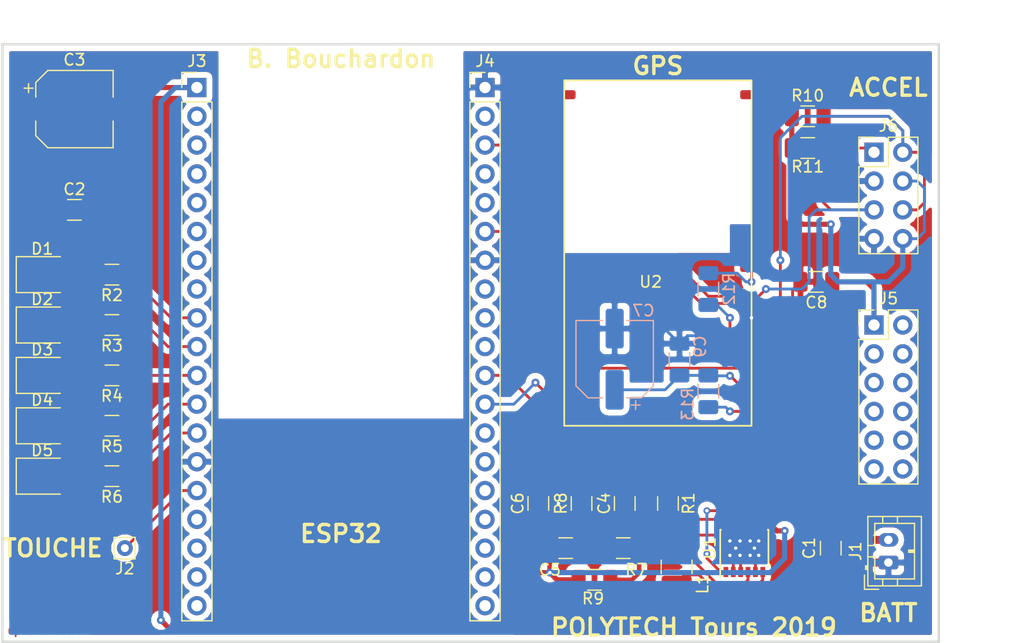
<source format=kicad_pcb>
(kicad_pcb (version 20171130) (host pcbnew 5.0.2-bee76a0~70~ubuntu18.10.1)
  (title_block (title "PCB Roule ma poule sans nid de poule") (date 2019-04-28) (rev A) (company "Bastian Bouchardon Polytech Tours"))
  (layers (0 F.Cu signal) (31 B.Cu signal) (34 B.Paste user) (35 F.Paste user) (36 B.SilkS user) (37 F.SilkS user) (38 B.Mask user) (39 F.Mask user) (44 Edge.Cuts user))
  (net 0 "")
  (net 1 GND)
  (net 2 "Net-(C1-Pad1)")
  (net 3 +3V3)
  (net 4 "Net-(C4-Pad1)")
  (net 5 "Net-(C4-Pad2)")
  (net 6 "Net-(C5-Pad2)")
  (net 7 "Net-(D1-Pad2)")
  (net 8 "Net-(D2-Pad2)")
  (net 9 "Net-(D3-Pad2)")
  (net 10 "Net-(D4-Pad2)")
  (net 11 "Net-(D5-Pad2)")
  (net 12 /Touch)
  (net 13 "Net-(J3-Pad19)")
  (net 14 "Net-(J3-Pad18)")
  (net 15 "Net-(J3-Pad17)")
  (net 16 "Net-(J3-Pad16)")
  (net 17 "Net-(J3-Pad13)")
  (net 18 "Net-(J3-Pad12)")
  (net 19 "Net-(J3-Pad11)")
  (net 20 "Net-(J3-Pad10)")
  (net 21 "Net-(J3-Pad9)")
  (net 22 "Net-(J3-Pad8)")
  (net 23 "Net-(J3-Pad7)")
  (net 24 "Net-(J3-Pad6)")
  (net 25 "Net-(J3-Pad5)")
  (net 26 "Net-(J3-Pad4)")
  (net 27 "Net-(J3-Pad3)")
  (net 28 "Net-(J3-Pad2)")
  (net 29 "Net-(J4-Pad2)")
  (net 30 SCL)
  (net 31 "Net-(J4-Pad4)")
  (net 32 "Net-(J4-Pad5)")
  (net 33 SDA)
  (net 34 "Net-(J4-Pad8)")
  (net 35 "Net-(J4-Pad9)")
  (net 36 "Net-(J4-Pad10)")
  (net 37 TX)
  (net 38 RX)
  (net 39 "Net-(J4-Pad13)")
  (net 40 "Net-(J4-Pad14)")
  (net 41 "Net-(J4-Pad15)")
  (net 42 "Net-(J4-Pad16)")
  (net 43 "Net-(J4-Pad17)")
  (net 44 "Net-(J4-Pad18)")
  (net 45 "Net-(J4-Pad19)")
  (net 46 "Net-(J5-Pad2)")
  (net 47 "Net-(J5-Pad3)")
  (net 48 "Net-(J5-Pad4)")
  (net 49 "Net-(J5-Pad5)")
  (net 50 "Net-(J5-Pad6)")
  (net 51 "Net-(J5-Pad7)")
  (net 52 "Net-(J5-Pad8)")
  (net 53 "Net-(J5-Pad9)")
  (net 54 "Net-(J5-Pad10)")
  (net 55 "Net-(J5-Pad11)")
  (net 56 "Net-(J5-Pad12)")
  (net 57 "Net-(L1-Pad1)")
  (net 58 "Net-(L1-Pad2)")
  (net 59 "Net-(R1-Pad2)")
  (net 60 "Net-(R12-Pad2)")
  (net 61 "Net-(R12-Pad1)")
  (net 62 "Net-(R13-Pad2)")
  (net 63 "Net-(U2-Pad2)")
  (net 64 "Net-(U2-Pad18)")
  (net 65 "Net-(U2-Pad8)")
  (net 66 "Net-(U2-Pad10)")
  (net 67 "Net-(U2-Pad11)")
  (net 68 "Net-(U2-Pad12)")
  (net 69 "Net-(U2-Pad13)")
  (net 70 "Net-(U2-Pad14)")
  (net 71 "Net-(U2-Pad15)")
  (net 72 "Net-(U2-Pad16)")
  (net 73 "Net-(U2-Pad17)")
  (net 74 "Net-(U2-Pad19)")
  (module Resistor_SMD:R_1206_3216Metric (layer B.Cu) (at 131.445 105.41 90)
    (fp_text reference R12 (at 0 1.82 90) (layer B.SilkS) (effects (justify mirror)))
    (fp_text value 10K)
    (pad 2 smd roundrect (at 1.4 0 90) (size 1.25 1.75) (layers B.Cu B.Paste B.Mask) (roundrect_rratio 0.2) (net 60 "Net-(R12-Pad2)"))
    (pad 1 smd roundrect (at -1.4 0 90) (size 1.25 1.75) (layers B.Cu B.Paste B.Mask) (roundrect_rratio 0.2) (net 61 "Net-(R12-Pad1)"))
  )
  (module RouleMaPoule:A2035 (layer F.Cu) (at 126.365 102.235)
    (fp_text reference U2 (at 0 2.54) (layer F.SilkS))
    (fp_text value A2035)
    (pad 1 smd roundrect (at 8.89 13.97) (size 2 0.8) (layers F.Cu F.Paste F.Mask) (net 62 "Net-(R13-Pad2)"))
    (pad 2 smd roundrect (at 8.89 12.7) (size 2 0.8) (layers F.Cu F.Paste F.Mask) (net 63 "Net-(U2-Pad2)"))
    (pad 3 smd roundrect (at 8.89 11.43) (size 2 0.8) (layers F.Cu F.Paste F.Mask) (net 3 +3V3))
    (pad 4 smd roundrect (at 8.89 10.16) (size 2 0.8) (layers F.Cu F.Paste F.Mask) (net 64 "Net-(U2-Pad18)"))
    (pad 5 smd roundrect (at 8.89 8.89) (size 2 0.8) (layers F.Cu F.Paste F.Mask) (net 61 "Net-(R12-Pad1)"))
    (pad 6 smd roundrect (at 8.89 7.62) (size 2 0.8) (layers F.Cu F.Paste F.Mask) (net 1 GND))
    (pad 7 smd roundrect (at 8.89 1.27) (size 2 0.8) (layers F.Cu F.Paste F.Mask) (net 60 "Net-(R12-Pad2)"))
    (pad 8 smd roundrect (at 8.89 0) (size 2 0.8) (layers F.Cu F.Paste F.Mask) (net 65 "Net-(U2-Pad8)"))
    (pad 9 smd roundrect (at 8.89 -1.27) (size 2 0.8) (layers F.Cu F.Paste F.Mask) (net 1 GND))
    (pad 10 smd roundrect (at 8.89 -13.97) (size 2 0.8) (layers F.Cu F.Paste F.Mask) (net 66 "Net-(U2-Pad10)"))
    (pad 11 smd roundrect (at -7.62 -13.97) (size 2 0.8) (layers F.Cu F.Paste F.Mask) (net 67 "Net-(U2-Pad11)"))
    (pad 12 smd roundrect (at -7.62 2.54) (size 2 0.8) (layers F.Cu F.Paste F.Mask) (net 68 "Net-(U2-Pad12)"))
    (pad 13 smd roundrect (at -7.62 3.81) (size 2 0.8) (layers F.Cu F.Paste F.Mask) (net 69 "Net-(U2-Pad13)"))
    (pad 14 smd roundrect (at -7.62 5.08) (size 2 0.8) (layers F.Cu F.Paste F.Mask) (net 70 "Net-(U2-Pad14)"))
    (pad 15 smd roundrect (at -7.62 6.35) (size 2 0.8) (layers F.Cu F.Paste F.Mask) (net 71 "Net-(U2-Pad15)"))
    (pad 16 smd roundrect (at -7.62 7.62) (size 2 0.8) (layers F.Cu F.Paste F.Mask) (net 72 "Net-(U2-Pad16)"))
    (pad 17 smd roundrect (at -7.62 8.89) (size 2 0.8) (layers F.Cu F.Paste F.Mask) (net 73 "Net-(U2-Pad17)"))
    (pad 18 smd roundrect (at -7.62 10.16) (size 2 0.8) (layers F.Cu F.Paste F.Mask) (net 64 "Net-(U2-Pad18)"))
    (pad 19 smd roundrect (at -7.62 11.43) (size 2 0.8) (layers F.Cu F.Paste F.Mask) (net 74 "Net-(U2-Pad19)"))
    (pad 20 smd roundrect (at -7.62 12.7) (size 2 0.8) (layers F.Cu F.Paste F.Mask) (net 38 RX))
    (pad 21 smd roundrect (at -7.62 13.97) (size 2 0.8) (layers F.Cu F.Paste F.Mask) (net 37 TX))
  )
  (module Capacitor_SMD:C_1206_3216Metric (layer F.Cu) (at 142.24 128.27 270)
    (fp_text reference C1 (at 0 1.905 270) (layer F.SilkS))
    (fp_text value 10µF)
    (pad 2 smd roundrect (at 1.4 0 270) (size 1.25 1.75) (layers F.Cu F.Paste F.Mask) (roundrect_rratio 0.2) (net 1 GND))
    (pad 1 smd roundrect (at -1.4 0 270) (size 1.25 1.75) (layers F.Cu F.Paste F.Mask) (roundrect_rratio 0.2) (net 2 "Net-(C1-Pad1)"))
  )
  (module Capacitor_SMD:C_1206_3216Metric (layer F.Cu) (at 75.565 98.425)
    (fp_text reference C2 (at 0 -1.82) (layer F.SilkS))
    (fp_text value 100nF)
    (pad 1 smd roundrect (at -1.4 0) (size 1.25 1.75) (layers F.Cu F.Paste F.Mask) (roundrect_rratio 0.2) (net 3 +3V3))
    (pad 2 smd roundrect (at 1.4 0) (size 1.25 1.75) (layers F.Cu F.Paste F.Mask) (roundrect_rratio 0.2) (net 1 GND))
  )
  (module Capacitor_SMD:CP_Elec_6.3x7.7 (layer F.Cu) (at 75.565 89.535)
    (fp_text reference C3 (at 0 -4.35) (layer F.SilkS))
    (fp_text value 220µF)
    (pad 1 smd roundrect (at -2.7 0) (size 3.5 1.6) (layers F.Cu F.Paste F.Mask) (roundrect_rratio 0.15625) (net 3 +3V3))
    (pad 2 smd roundrect (at 2.7 0) (size 3.5 1.6) (layers F.Cu F.Paste F.Mask) (roundrect_rratio 0.15625) (net 1 GND))
  )
  (module Capacitor_SMD:C_1206_3216Metric (layer F.Cu) (at 124.079 124.33 90)
    (fp_text reference C4 (at 0 -1.82 90) (layer F.SilkS))
    (fp_text value 220pF)
    (pad 1 smd roundrect (at -1.4 0 90) (size 1.25 1.75) (layers F.Cu F.Paste F.Mask) (roundrect_rratio 0.2) (net 4 "Net-(C4-Pad1)"))
    (pad 2 smd roundrect (at 1.4 0 90) (size 1.25 1.75) (layers F.Cu F.Paste F.Mask) (roundrect_rratio 0.2) (net 5 "Net-(C4-Pad2)"))
  )
  (module Capacitor_SMD:C_1206_3216Metric (layer F.Cu) (at 118.869 128.27)
    (fp_text reference C5 (at -1.394 1.905) (layer F.SilkS))
    (fp_text value 47pF)
    (pad 1 smd roundrect (at -1.4 0) (size 1.25 1.75) (layers F.Cu F.Paste F.Mask) (roundrect_rratio 0.2) (net 3 +3V3))
    (pad 2 smd roundrect (at 1.4 0) (size 1.25 1.75) (layers F.Cu F.Paste F.Mask) (roundrect_rratio 0.2) (net 6 "Net-(C5-Pad2)"))
  )
  (module Capacitor_SMD:C_1206_3216Metric (layer F.Cu) (at 116.459 124.33 90)
    (fp_text reference C6 (at 0 -1.82 90) (layer F.SilkS))
    (fp_text value 22µF)
    (pad 2 smd roundrect (at 1.4 0 90) (size 1.25 1.75) (layers F.Cu F.Paste F.Mask) (roundrect_rratio 0.2) (net 1 GND))
    (pad 1 smd roundrect (at -1.4 0 90) (size 1.25 1.75) (layers F.Cu F.Paste F.Mask) (roundrect_rratio 0.2) (net 3 +3V3))
  )
  (module Capacitor_SMD:CP_Elec_6.3x7.7 (layer B.Cu) (at 123.19 111.6 90)
    (fp_text reference C7 (at 4.285 2.54) (layer B.SilkS) (effects (justify mirror)))
    (fp_text value 220µF)
    (pad 2 smd roundrect (at 2.7 0 90) (size 3.5 1.6) (layers B.Cu B.Paste B.Mask) (roundrect_rratio 0.15625) (net 1 GND))
    (pad 1 smd roundrect (at -2.7 0 90) (size 3.5 1.6) (layers B.Cu B.Paste B.Mask) (roundrect_rratio 0.15625) (net 3 +3V3))
  )
  (module Capacitor_SMD:C_1206_3216Metric (layer B.Cu) (at 128.905 111.63 90)
    (fp_text reference C9 (at 1.14 1.82 90) (layer B.SilkS) (effects (justify mirror)))
    (fp_text value 100nF)
    (pad 1 smd roundrect (at -1.4 0 90) (size 1.25 1.75) (layers B.Cu B.Paste B.Mask) (roundrect_rratio 0.2) (net 3 +3V3))
    (pad 2 smd roundrect (at 1.4 0 90) (size 1.25 1.75) (layers B.Cu B.Paste B.Mask) (roundrect_rratio 0.2) (net 1 GND))
  )
  (module LED_SMD:LED_1210_3225Metric (layer F.Cu) (at 72.7215 104.14)
    (fp_text reference D1 (at 0 -2.28) (layer F.SilkS))
    (fp_text value LED)
    (pad 1 smd roundrect (at -1.4 0) (size 1.25 2.65) (layers F.Cu F.Paste F.Mask) (roundrect_rratio 0.2) (net 1 GND))
    (pad 2 smd roundrect (at 1.4 0) (size 1.25 2.65) (layers F.Cu F.Paste F.Mask) (roundrect_rratio 0.2) (net 7 "Net-(D1-Pad2)"))
  )
  (module LED_SMD:LED_1210_3225Metric (layer F.Cu) (at 72.7215 108.585)
    (fp_text reference D2 (at 0 -2.28) (layer F.SilkS))
    (fp_text value LED)
    (pad 2 smd roundrect (at 1.4 0) (size 1.25 2.65) (layers F.Cu F.Paste F.Mask) (roundrect_rratio 0.2) (net 8 "Net-(D2-Pad2)"))
    (pad 1 smd roundrect (at -1.4 0) (size 1.25 2.65) (layers F.Cu F.Paste F.Mask) (roundrect_rratio 0.2) (net 1 GND))
  )
  (module LED_SMD:LED_1210_3225Metric (layer F.Cu) (at 72.7215 113.03)
    (fp_text reference D3 (at 0 -2.28) (layer F.SilkS))
    (fp_text value LED)
    (pad 1 smd roundrect (at -1.4 0) (size 1.25 2.65) (layers F.Cu F.Paste F.Mask) (roundrect_rratio 0.2) (net 1 GND))
    (pad 2 smd roundrect (at 1.4 0) (size 1.25 2.65) (layers F.Cu F.Paste F.Mask) (roundrect_rratio 0.2) (net 9 "Net-(D3-Pad2)"))
  )
  (module LED_SMD:LED_1210_3225Metric (layer F.Cu) (at 72.7215 117.475)
    (fp_text reference D4 (at 0 -2.28) (layer F.SilkS))
    (fp_text value LED)
    (pad 2 smd roundrect (at 1.4 0) (size 1.25 2.65) (layers F.Cu F.Paste F.Mask) (roundrect_rratio 0.2) (net 10 "Net-(D4-Pad2)"))
    (pad 1 smd roundrect (at -1.4 0) (size 1.25 2.65) (layers F.Cu F.Paste F.Mask) (roundrect_rratio 0.2) (net 1 GND))
  )
  (module LED_SMD:LED_1210_3225Metric (layer F.Cu) (at 72.7215 121.92)
    (fp_text reference D5 (at 0 -2.28) (layer F.SilkS))
    (fp_text value LED)
    (pad 1 smd roundrect (at -1.4 0) (size 1.25 2.65) (layers F.Cu F.Paste F.Mask) (roundrect_rratio 0.2) (net 1 GND))
    (pad 2 smd roundrect (at 1.4 0) (size 1.25 2.65) (layers F.Cu F.Paste F.Mask) (roundrect_rratio 0.2) (net 11 "Net-(D5-Pad2)"))
  )
  (module Connector_JST:JST_PH_B2B-PH-K_1x02_P2.00mm_Vertical (layer F.Cu) (at 147.32 129.54 90)
    (fp_text reference J1 (at 1 -2.9 90) (layer F.SilkS))
    (fp_text value Conn_01x02)
    (pad 1 thru_hole roundrect (at 0 0 90) (size 1.2 1.75) (drill 0.75) (layers *.Cu *.Mask) (roundrect_rratio 0.208333) (net 1 GND))
    (pad 2 thru_hole oval (at 2 0 90) (size 1.2 1.75) (drill 0.75) (layers *.Cu *.Mask) (net 2 "Net-(C1-Pad1)"))
  )
  (module Inductor_SMD:L_1210_3225Metric (layer F.Cu) (at 128.651 129.924 270)
    (fp_text reference L1 (at 1.521 -2.28 270) (layer F.SilkS))
    (fp_text value 4.7µH)
    (pad 1 smd roundrect (at -1.4 0 270) (size 1.25 2.65) (layers F.Cu F.Paste F.Mask) (roundrect_rratio 0.2) (net 57 "Net-(L1-Pad1)"))
    (pad 2 smd roundrect (at 1.4 0 270) (size 1.25 2.65) (layers F.Cu F.Paste F.Mask) (roundrect_rratio 0.2) (net 58 "Net-(L1-Pad2)"))
  )
  (module Resistor_SMD:R_1206_3216Metric (layer F.Cu) (at 127.889 124.33 270)
    (fp_text reference R1 (at 0 -1.82 270) (layer F.SilkS))
    (fp_text value 49.9K)
    (pad 1 smd roundrect (at -1.4 0 270) (size 1.25 1.75) (layers F.Cu F.Paste F.Mask) (roundrect_rratio 0.2) (net 5 "Net-(C4-Pad2)"))
    (pad 2 smd roundrect (at 1.4 0 270) (size 1.25 1.75) (layers F.Cu F.Paste F.Mask) (roundrect_rratio 0.2) (net 59 "Net-(R1-Pad2)"))
  )
  (module Resistor_SMD:R_1206_3216Metric (layer F.Cu) (at 78.87 104.14 180)
    (fp_text reference R2 (at 0 -1.82 180) (layer F.SilkS))
    (fp_text value R)
    (pad 1 smd roundrect (at -1.4 0 180) (size 1.25 1.75) (layers F.Cu F.Paste F.Mask) (roundrect_rratio 0.2) (net 21 "Net-(J3-Pad9)"))
    (pad 2 smd roundrect (at 1.4 0 180) (size 1.25 1.75) (layers F.Cu F.Paste F.Mask) (roundrect_rratio 0.2) (net 7 "Net-(D1-Pad2)"))
  )
  (module Resistor_SMD:R_1206_3216Metric (layer F.Cu) (at 78.87 108.585 180)
    (fp_text reference R3 (at 0 -1.82 180) (layer F.SilkS))
    (fp_text value R)
    (pad 2 smd roundrect (at 1.4 0 180) (size 1.25 1.75) (layers F.Cu F.Paste F.Mask) (roundrect_rratio 0.2) (net 8 "Net-(D2-Pad2)"))
    (pad 1 smd roundrect (at -1.4 0 180) (size 1.25 1.75) (layers F.Cu F.Paste F.Mask) (roundrect_rratio 0.2) (net 20 "Net-(J3-Pad10)"))
  )
  (module Resistor_SMD:R_1206_3216Metric (layer F.Cu) (at 78.87 113.03 180)
    (fp_text reference R4 (at 0 -1.82 180) (layer F.SilkS))
    (fp_text value R)
    (pad 1 smd roundrect (at -1.4 0 180) (size 1.25 1.75) (layers F.Cu F.Paste F.Mask) (roundrect_rratio 0.2) (net 19 "Net-(J3-Pad11)"))
    (pad 2 smd roundrect (at 1.4 0 180) (size 1.25 1.75) (layers F.Cu F.Paste F.Mask) (roundrect_rratio 0.2) (net 9 "Net-(D3-Pad2)"))
  )
  (module Resistor_SMD:R_1206_3216Metric (layer F.Cu) (at 78.87 117.475 180)
    (fp_text reference R5 (at 0 -1.82 180) (layer F.SilkS))
    (fp_text value R)
    (pad 2 smd roundrect (at 1.4 0 180) (size 1.25 1.75) (layers F.Cu F.Paste F.Mask) (roundrect_rratio 0.2) (net 10 "Net-(D4-Pad2)"))
    (pad 1 smd roundrect (at -1.4 0 180) (size 1.25 1.75) (layers F.Cu F.Paste F.Mask) (roundrect_rratio 0.2) (net 18 "Net-(J3-Pad12)"))
  )
  (module Resistor_SMD:R_1206_3216Metric (layer F.Cu) (at 78.87 121.92 180)
    (fp_text reference R6 (at 0 -1.82 180) (layer F.SilkS))
    (fp_text value R)
    (pad 1 smd roundrect (at -1.4 0 180) (size 1.25 1.75) (layers F.Cu F.Paste F.Mask) (roundrect_rratio 0.2) (net 17 "Net-(J3-Pad13)"))
    (pad 2 smd roundrect (at 1.4 0 180) (size 1.25 1.75) (layers F.Cu F.Paste F.Mask) (roundrect_rratio 0.2) (net 11 "Net-(D5-Pad2)"))
  )
  (module Resistor_SMD:R_1206_3216Metric (layer F.Cu) (at 123.949 128.27)
    (fp_text reference R7 (at 1.146 1.905) (layer F.SilkS))
    (fp_text value 6.49K)
    (pad 1 smd roundrect (at -1.4 0) (size 1.25 1.75) (layers F.Cu F.Paste F.Mask) (roundrect_rratio 0.2) (net 6 "Net-(C5-Pad2)"))
    (pad 2 smd roundrect (at 1.4 0) (size 1.25 1.75) (layers F.Cu F.Paste F.Mask) (roundrect_rratio 0.2) (net 4 "Net-(C4-Pad1)"))
  )
  (module Resistor_SMD:R_1206_3216Metric (layer F.Cu) (at 120.269 124.33 90)
    (fp_text reference R8 (at 0 -1.82 90) (layer F.SilkS))
    (fp_text value 221K)
    (pad 2 smd roundrect (at 1.4 0 90) (size 1.25 1.75) (layers F.Cu F.Paste F.Mask) (roundrect_rratio 0.2) (net 1 GND))
    (pad 1 smd roundrect (at -1.4 0 90) (size 1.25 1.75) (layers F.Cu F.Paste F.Mask) (roundrect_rratio 0.2) (net 4 "Net-(C4-Pad1)"))
  )
  (module Resistor_SMD:R_1206_3216Metric (layer F.Cu) (at 121.409 131.064)
    (fp_text reference R9 (at -0.124 1.651) (layer F.SilkS))
    (fp_text value 1M)
    (pad 2 smd roundrect (at 1.4 0) (size 1.25 1.75) (layers F.Cu F.Paste F.Mask) (roundrect_rratio 0.2) (net 4 "Net-(C4-Pad1)"))
    (pad 1 smd roundrect (at -1.4 0) (size 1.25 1.75) (layers F.Cu F.Paste F.Mask) (roundrect_rratio 0.2) (net 3 +3V3))
  )
  (module Resistor_SMD:R_1206_3216Metric (layer B.Cu) (at 131.445 114.43 270)
    (fp_text reference R13 (at 1.14 1.82 270) (layer B.SilkS) (effects (justify mirror)))
    (fp_text value 10K)
    (pad 2 smd roundrect (at 1.4 0 270) (size 1.25 1.75) (layers B.Cu B.Paste B.Mask) (roundrect_rratio 0.2) (net 62 "Net-(R13-Pad2)"))
    (pad 1 smd roundrect (at -1.4 0 270) (size 1.25 1.75) (layers B.Cu B.Paste B.Mask) (roundrect_rratio 0.2) (net 3 +3V3))
  )
  (module Package_SO:MSOP-12-1EP_3x4mm_P0.65mm_EP1.65x2.85mm (layer F.Cu) (at 134.62 128.27 90)
    (fp_text reference U1 (at 0 -3.05 90) (layer F.SilkS))
    (fp_text value LTC3536)
    (pad 1 smd rect (at -2.105 -1.625 90) (size 0.89 0.42) (layers F.Cu F.Paste F.Mask) (net 2 "Net-(C1-Pad1)"))
    (pad 2 smd rect (at -2.105 -0.975 90) (size 0.89 0.42) (layers F.Cu F.Paste F.Mask) (net 1 GND))
    (pad 3 smd rect (at -2.105 -0.325 90) (size 0.89 0.42) (layers F.Cu F.Paste F.Mask) (net 1 GND))
    (pad 4 smd rect (at -2.105 0.325 90) (size 0.89 0.42) (layers F.Cu F.Paste F.Mask) (net 57 "Net-(L1-Pad1)"))
    (pad 5 smd rect (at -2.105 0.975 90) (size 0.89 0.42) (layers F.Cu F.Paste F.Mask) (net 1 GND))
    (pad 6 smd rect (at -2.105 1.625 90) (size 0.89 0.42) (layers F.Cu F.Paste F.Mask) (net 58 "Net-(L1-Pad2)"))
    (pad 7 smd rect (at 2.105 1.625 90) (size 0.89 0.42) (layers F.Cu F.Paste F.Mask) (net 3 +3V3))
    (pad 8 smd rect (at 2.105 0.975 90) (size 0.89 0.42) (layers F.Cu F.Paste F.Mask) (net 2 "Net-(C1-Pad1)"))
    (pad 9 smd rect (at 2.105 0.325 90) (size 0.89 0.42) (layers F.Cu F.Paste F.Mask) (net 2 "Net-(C1-Pad1)"))
    (pad 10 smd rect (at 2.105 -0.325 90) (size 0.89 0.42) (layers F.Cu F.Paste F.Mask) (net 2 "Net-(C1-Pad1)"))
    (pad 11 smd rect (at 2.105 -0.975 90) (size 0.89 0.42) (layers F.Cu F.Paste F.Mask) (net 4 "Net-(C4-Pad1)"))
    (pad 12 smd rect (at 2.105 -1.625 90) (size 0.89 0.42) (layers F.Cu F.Paste F.Mask) (net 59 "Net-(R1-Pad2)"))
    (pad 13 smd rect (at 0 0 90) (size 1.65 2.85) (layers F.Cu F.Mask) (net 1 GND))
  )
  (module Connector_Pin:Pin_D0.7mm_L6.5mm_W1.8mm_FlatFork (layer F.Cu) (at 80.01 128.27)
    (fp_text reference J2 (at 0 1.8) (layer F.SilkS))
    (fp_text value Conn_01x01)
    (pad 1 thru_hole circle (at 0 0) (size 1.4 1.4) (drill 0.7) (layers *.Cu *.Mask) (net 12 /Touch))
  )
  (module Connector_PinHeader_2.54mm:PinHeader_1x19_P2.54mm_Vertical (layer F.Cu) (at 86.36 87.63)
    (fp_text reference J3 (at 0 -2.33) (layer F.SilkS))
    (fp_text value Conn_01x19)
    (pad 19 thru_hole oval (at 0 45.72) (size 1.7 1.7) (drill 1) (layers *.Cu *.Mask) (net 13 "Net-(J3-Pad19)"))
    (pad 18 thru_hole oval (at 0 43.18) (size 1.7 1.7) (drill 1) (layers *.Cu *.Mask) (net 14 "Net-(J3-Pad18)"))
    (pad 17 thru_hole oval (at 0 40.64) (size 1.7 1.7) (drill 1) (layers *.Cu *.Mask) (net 15 "Net-(J3-Pad17)"))
    (pad 16 thru_hole oval (at 0 38.1) (size 1.7 1.7) (drill 1) (layers *.Cu *.Mask) (net 16 "Net-(J3-Pad16)"))
    (pad 15 thru_hole oval (at 0 35.56) (size 1.7 1.7) (drill 1) (layers *.Cu *.Mask) (net 12 /Touch))
    (pad 14 thru_hole oval (at 0 33.02) (size 1.7 1.7) (drill 1) (layers *.Cu *.Mask) (net 1 GND))
    (pad 13 thru_hole oval (at 0 30.48) (size 1.7 1.7) (drill 1) (layers *.Cu *.Mask) (net 17 "Net-(J3-Pad13)"))
    (pad 12 thru_hole oval (at 0 27.94) (size 1.7 1.7) (drill 1) (layers *.Cu *.Mask) (net 18 "Net-(J3-Pad12)"))
    (pad 11 thru_hole oval (at 0 25.4) (size 1.7 1.7) (drill 1) (layers *.Cu *.Mask) (net 19 "Net-(J3-Pad11)"))
    (pad 10 thru_hole oval (at 0 22.86) (size 1.7 1.7) (drill 1) (layers *.Cu *.Mask) (net 20 "Net-(J3-Pad10)"))
    (pad 9 thru_hole oval (at 0 20.32) (size 1.7 1.7) (drill 1) (layers *.Cu *.Mask) (net 21 "Net-(J3-Pad9)"))
    (pad 8 thru_hole oval (at 0 17.78) (size 1.7 1.7) (drill 1) (layers *.Cu *.Mask) (net 22 "Net-(J3-Pad8)"))
    (pad 7 thru_hole oval (at 0 15.24) (size 1.7 1.7) (drill 1) (layers *.Cu *.Mask) (net 23 "Net-(J3-Pad7)"))
    (pad 6 thru_hole oval (at 0 12.7) (size 1.7 1.7) (drill 1) (layers *.Cu *.Mask) (net 24 "Net-(J3-Pad6)"))
    (pad 5 thru_hole oval (at 0 10.16) (size 1.7 1.7) (drill 1) (layers *.Cu *.Mask) (net 25 "Net-(J3-Pad5)"))
    (pad 4 thru_hole oval (at 0 7.62) (size 1.7 1.7) (drill 1) (layers *.Cu *.Mask) (net 26 "Net-(J3-Pad4)"))
    (pad 3 thru_hole oval (at 0 5.08) (size 1.7 1.7) (drill 1) (layers *.Cu *.Mask) (net 27 "Net-(J3-Pad3)"))
    (pad 2 thru_hole oval (at 0 2.54) (size 1.7 1.7) (drill 1) (layers *.Cu *.Mask) (net 28 "Net-(J3-Pad2)"))
    (pad 1 thru_hole rect (at 0 0) (size 1.7 1.7) (drill 1) (layers *.Cu *.Mask) (net 3 +3V3))
  )
  (module Connector_PinHeader_2.54mm:PinHeader_1x19_P2.54mm_Vertical (layer F.Cu) (at 111.76 87.63)
    (fp_text reference J4 (at 0 -2.33) (layer F.SilkS))
    (fp_text value Conn_01x19)
    (pad 1 thru_hole rect (at 0 0) (size 1.7 1.7) (drill 1) (layers *.Cu *.Mask) (net 1 GND))
    (pad 2 thru_hole oval (at 0 2.54) (size 1.7 1.7) (drill 1) (layers *.Cu *.Mask) (net 29 "Net-(J4-Pad2)"))
    (pad 3 thru_hole oval (at 0 5.08) (size 1.7 1.7) (drill 1) (layers *.Cu *.Mask) (net 30 SCL))
    (pad 4 thru_hole oval (at 0 7.62) (size 1.7 1.7) (drill 1) (layers *.Cu *.Mask) (net 31 "Net-(J4-Pad4)"))
    (pad 5 thru_hole oval (at 0 10.16) (size 1.7 1.7) (drill 1) (layers *.Cu *.Mask) (net 32 "Net-(J4-Pad5)"))
    (pad 6 thru_hole oval (at 0 12.7) (size 1.7 1.7) (drill 1) (layers *.Cu *.Mask) (net 33 SDA))
    (pad 7 thru_hole oval (at 0 15.24) (size 1.7 1.7) (drill 1) (layers *.Cu *.Mask) (net 1 GND))
    (pad 8 thru_hole oval (at 0 17.78) (size 1.7 1.7) (drill 1) (layers *.Cu *.Mask) (net 34 "Net-(J4-Pad8)"))
    (pad 9 thru_hole oval (at 0 20.32) (size 1.7 1.7) (drill 1) (layers *.Cu *.Mask) (net 35 "Net-(J4-Pad9)"))
    (pad 10 thru_hole oval (at 0 22.86) (size 1.7 1.7) (drill 1) (layers *.Cu *.Mask) (net 36 "Net-(J4-Pad10)"))
    (pad 11 thru_hole oval (at 0 25.4) (size 1.7 1.7) (drill 1) (layers *.Cu *.Mask) (net 37 TX))
    (pad 12 thru_hole oval (at 0 27.94) (size 1.7 1.7) (drill 1) (layers *.Cu *.Mask) (net 38 RX))
    (pad 13 thru_hole oval (at 0 30.48) (size 1.7 1.7) (drill 1) (layers *.Cu *.Mask) (net 39 "Net-(J4-Pad13)"))
    (pad 14 thru_hole oval (at 0 33.02) (size 1.7 1.7) (drill 1) (layers *.Cu *.Mask) (net 40 "Net-(J4-Pad14)"))
    (pad 15 thru_hole oval (at 0 35.56) (size 1.7 1.7) (drill 1) (layers *.Cu *.Mask) (net 41 "Net-(J4-Pad15)"))
    (pad 16 thru_hole oval (at 0 38.1) (size 1.7 1.7) (drill 1) (layers *.Cu *.Mask) (net 42 "Net-(J4-Pad16)"))
    (pad 17 thru_hole oval (at 0 40.64) (size 1.7 1.7) (drill 1) (layers *.Cu *.Mask) (net 43 "Net-(J4-Pad17)"))
    (pad 18 thru_hole oval (at 0 43.18) (size 1.7 1.7) (drill 1) (layers *.Cu *.Mask) (net 44 "Net-(J4-Pad18)"))
    (pad 19 thru_hole oval (at 0 45.72) (size 1.7 1.7) (drill 1) (layers *.Cu *.Mask) (net 45 "Net-(J4-Pad19)"))
  )
  (module Capacitor_SMD:C_1206_3216Metric (layer F.Cu) (at 140.97 104.775 180)
    (fp_text reference C8 (at 0 -1.82 180) (layer F.SilkS))
    (fp_text value 100nF)
    (pad 1 smd roundrect (at -1.4 0 180) (size 1.25 1.75) (layers F.Cu F.Paste F.Mask) (roundrect_rratio 0.2) (net 3 +3V3))
    (pad 2 smd roundrect (at 1.4 0 180) (size 1.25 1.75) (layers F.Cu F.Paste F.Mask) (roundrect_rratio 0.2) (net 1 GND))
  )
  (module Resistor_SMD:R_1206_3216Metric (layer F.Cu) (at 140.205 90.17)
    (fp_text reference R10 (at 0 -1.82) (layer F.SilkS))
    (fp_text value 1K)
    (pad 1 smd roundrect (at -1.4 0) (size 1.25 1.75) (layers F.Cu F.Paste F.Mask) (roundrect_rratio 0.2) (net 3 +3V3))
    (pad 2 smd roundrect (at 1.4 0) (size 1.25 1.75) (layers F.Cu F.Paste F.Mask) (roundrect_rratio 0.2) (net 33 SDA))
  )
  (module Resistor_SMD:R_1206_3216Metric (layer F.Cu) (at 140.210001 92.970001)
    (fp_text reference R11 (at 0 1.644999) (layer F.SilkS))
    (fp_text value 1K)
    (pad 2 smd roundrect (at 1.4 0) (size 1.25 1.75) (layers F.Cu F.Paste F.Mask) (roundrect_rratio 0.2) (net 30 SCL))
    (pad 1 smd roundrect (at -1.4 0) (size 1.25 1.75) (layers F.Cu F.Paste F.Mask) (roundrect_rratio 0.2) (net 3 +3V3))
  )
  (module Connector_PinHeader_2.54mm:PinHeader_2x06_P2.54mm_Vertical (layer F.Cu) (at 146.05 108.585)
    (fp_text reference J5 (at 1.27 -2.33) (layer F.SilkS))
    (fp_text value Conn_02x06_Counter_Clockwise)
    (pad 1 thru_hole rect (at 0 0) (size 1.7 1.7) (drill 1) (layers *.Cu *.Mask) (net 3 +3V3))
    (pad 2 thru_hole oval (at 2.54 0) (size 1.7 1.7) (drill 1) (layers *.Cu *.Mask) (net 46 "Net-(J5-Pad2)"))
    (pad 3 thru_hole oval (at 0 2.54) (size 1.7 1.7) (drill 1) (layers *.Cu *.Mask) (net 47 "Net-(J5-Pad3)"))
    (pad 4 thru_hole oval (at 2.54 2.54) (size 1.7 1.7) (drill 1) (layers *.Cu *.Mask) (net 48 "Net-(J5-Pad4)"))
    (pad 5 thru_hole oval (at 0 5.08) (size 1.7 1.7) (drill 1) (layers *.Cu *.Mask) (net 49 "Net-(J5-Pad5)"))
    (pad 6 thru_hole oval (at 2.54 5.08) (size 1.7 1.7) (drill 1) (layers *.Cu *.Mask) (net 50 "Net-(J5-Pad6)"))
    (pad 7 thru_hole oval (at 0 7.62) (size 1.7 1.7) (drill 1) (layers *.Cu *.Mask) (net 51 "Net-(J5-Pad7)"))
    (pad 8 thru_hole oval (at 2.54 7.62) (size 1.7 1.7) (drill 1) (layers *.Cu *.Mask) (net 52 "Net-(J5-Pad8)"))
    (pad 9 thru_hole oval (at 0 10.16) (size 1.7 1.7) (drill 1) (layers *.Cu *.Mask) (net 53 "Net-(J5-Pad9)"))
    (pad 10 thru_hole oval (at 2.54 10.16) (size 1.7 1.7) (drill 1) (layers *.Cu *.Mask) (net 54 "Net-(J5-Pad10)"))
    (pad 11 thru_hole oval (at 0 12.7) (size 1.7 1.7) (drill 1) (layers *.Cu *.Mask) (net 55 "Net-(J5-Pad11)"))
    (pad 12 thru_hole oval (at 2.54 12.7) (size 1.7 1.7) (drill 1) (layers *.Cu *.Mask) (net 56 "Net-(J5-Pad12)"))
  )
  (module Connector_PinHeader_2.54mm:PinHeader_2x04_P2.54mm_Vertical (layer F.Cu) (at 146.05 93.345)
    (fp_text reference J6 (at 1.27 -2.33) (layer F.SilkS))
    (fp_text value Conn_02x04_Top_Bottom)
    (pad 1 thru_hole rect (at 0 0) (size 1.7 1.7) (drill 1) (layers *.Cu *.Mask) (net 30 SCL))
    (pad 2 thru_hole oval (at 2.54 0) (size 1.7 1.7) (drill 1) (layers *.Cu *.Mask) (net 33 SDA))
    (pad 3 thru_hole oval (at 0 2.54) (size 1.7 1.7) (drill 1) (layers *.Cu *.Mask) (net 1 GND))
    (pad 4 thru_hole oval (at 2.54 2.54) (size 1.7 1.7) (drill 1) (layers *.Cu *.Mask) (net 3 +3V3))
    (pad 5 thru_hole oval (at 0 5.08) (size 1.7 1.7) (drill 1) (layers *.Cu *.Mask) (net 30 SCL))
    (pad 6 thru_hole oval (at 2.54 5.08) (size 1.7 1.7) (drill 1) (layers *.Cu *.Mask) (net 33 SDA))
    (pad 7 thru_hole oval (at 0 7.62) (size 1.7 1.7) (drill 1) (layers *.Cu *.Mask) (net 1 GND))
    (pad 8 thru_hole oval (at 2.54 7.62) (size 1.7 1.7) (drill 1) (layers *.Cu *.Mask) (net 3 +3V3))
  )
  (module Symbol:OSHW-Logo2_7.3x6mm_Copper (layer F.Cu) (at 73.025 133.35)
    (fp_text reference REF** hide)
    (fp_text value OSHW-Logo2_7.3x6mm_Copper hide)
    (fp_poly (pts (xy 0.10391 -2.757652) (xy 0.182454 -2.757222) (xy 0.239298 -2.756058) (xy 0.278105 -2.753793) (xy 0.302538 -2.75006) (xy 0.316262 -2.744494) (xy 0.32294 -2.736727) (xy 0.326236 -2.726395) (xy 0.326556 -2.725057) (xy 0.331562 -2.700921) (xy 0.340829 -2.653299) (xy 0.353392 -2.587259) (xy 0.368287 -2.507872) (xy 0.384551 -2.420204) (xy 0.385119 -2.417125) (xy 0.40141 -2.331211) (xy 0.416652 -2.255304) (xy 0.429861 -2.193955) (xy 0.440054 -2.151718) (xy 0.446248 -2.133145) (xy 0.446543 -2.132816) (xy 0.464788 -2.123747) (xy 0.502405 -2.108633) (xy 0.551271 -2.090738) (xy 0.551543 -2.090642) (xy 0.613093 -2.067507) (xy 0.685657 -2.038035) (xy 0.754057 -2.008403) (xy 0.757294 -2.006938) (xy 0.868702 -1.956374) (xy 1.115399 -2.12484) (xy 1.191077 -2.176197) (xy 1.259631 -2.222111) (xy 1.317088 -2.25997) (xy 1.359476 -2.287163) (xy 1.382825 -2.301079) (xy 1.385042 -2.302111) (xy 1.40201 -2.297516) (xy 1.433701 -2.275345) (xy 1.481352 -2.234553) (xy 1.546198 -2.174095) (xy 1.612397 -2.109773) (xy 1.676214 -2.046388) (xy 1.733329 -1.988549) (xy 1.780305 -1.939825) (xy 1.813703 -1.90379) (xy 1.830085 -1.884016) (xy 1.830694 -1.882998) (xy 1.832505 -1.869428) (xy 1.825683 -1.847267) (xy 1.80854 -1.813522) (xy 1.779393 -1.7652) (xy 1.736555 -1.699308) (xy 1.679448 -1.614483) (xy 1.628766 -1.539823) (xy 1.583461 -1.47286) (xy 1.54615 -1.417484) (xy 1.519452 -1.37758) (xy 1.505985 -1.357038) (xy 1.505137 -1.355644) (xy 1.506781 -1.335962) (xy 1.519245 -1.297707) (xy 1.540048 -1.248111) (xy 1.547462 -1.232272) (xy 1.579814 -1.16171) (xy 1.614328 -1.081647) (xy 1.642365 -1.012371) (xy 1.662568 -0.960955) (xy 1.678615 -0.921881) (xy 1.687888 -0.901459) (xy 1.689041 -0.899886) (xy 1.706096 -0.897279) (xy 1.746298 -0.890137) (xy 1.804302 -0.879477) (xy 1.874763 -0.866315) (xy 1.952335 -0.851667) (xy 2.031672 -0.836551) (xy 2.107431 -0.821982) (xy 2.174264 -0.808978) (xy 2.226828 -0.798555) (xy 2.259776 -0.79173) (xy 2.267857 -0.789801) (xy 2.276205 -0.785038) (xy 2.282506 -0.774282) (xy 2.287045 -0.753902) (xy 2.290104 -0.720266) (xy 2.291967 -0.669745) (xy 2.292918 -0.598708) (xy 2.29324 -0.503524) (xy 2.293257 -0.464508) (xy 2.293257 -0.147201) (xy 2.217057 -0.132161) (xy 2.174663 -0.124005) (xy 2.1114 -0.112101) (xy 2.034962 -0.097884) (xy 1.953043 -0.08279) (xy 1.9304 -0.078645) (xy 1.854806 -0.063947) (xy 1.788953 -0.049495) (xy 1.738366 -0.036625) (xy 1.708574 -0.026678) (xy 1.703612 -0.023713) (xy 1.691426 -0.002717) (xy 1.673953 0.037967) (xy 1.654577 0.090322) (xy 1.650734 0.1016) (xy 1.625339 0.171523) (xy 1.593817 0.250418) (xy 1.562969 0.321266) (xy 1.562817 0.321595) (xy 1.511447 0.432733) (xy 1.680399 0.681253) (xy 1.849352 0.929772) (xy 1.632429 1.147058) (xy 1.566819 1.211726) (xy 1.506979 1.268733) (xy 1.456267 1.315033) (xy 1.418046 1.347584) (xy 1.395675 1.363343) (xy 1.392466 1.364343) (xy 1.373626 1.356469) (xy 1.33518 1.334578) (xy 1.28133 1.301267) (xy 1.216276 1.259131) (xy 1.14594 1.211943) (xy 1.074555 1.16381) (xy 1.010908 1.121928) (xy 0.959041 1.088871) (xy 0.922995 1.067218) (xy 0.906867 1.059543) (xy 0.887189 1.066037) (xy 0.849875 1.08315) (xy 0.802621 1.107326) (xy 0.797612 1.110013) (xy 0.733977 1.141927) (xy 0.690341 1.157579) (xy 0.663202 1.157745) (xy 0.649057 1.143204) (xy 0.648975 1.143) (xy 0.641905 1.125779) (xy 0.625042 1.084899) (xy 0.599695 1.023525) (xy 0.567171 0.944819) (xy 0.528778 0.851947) (xy 0.485822 0.748072) (xy 0.444222 0.647502) (xy 0.398504 0.536516) (xy 0.356526 0.433703) (xy 0.319548 0.342215) (xy 0.288827 0.265201) (xy 0.265622 0.205815) (xy 0.25119 0.167209) (xy 0.246743 0.1528) (xy 0.257896 0.136272) (xy 0.287069 0.10993) (xy 0.325971 0.080887) (xy 0.436757 -0.010961) (xy 0.523351 -0.116241) (xy 0.584716 -0.232734) (xy 0.619815 -0.358224) (xy 0.627608 -0.490493) (xy 0.621943 -0.551543) (xy 0.591078 -0.678205) (xy 0.53792 -0.790059) (xy 0.465767 -0.885999) (xy 0.377917 -0.964924) (xy 0.277665 -1.02573) (xy 0.16831 -1.067313) (xy 0.053147 -1.088572) (xy -0.064525 -1.088401) (xy -0.18141 -1.065699) (xy -0.294211 -1.019362) (xy -0.399631 -0.948287) (xy -0.443632 -0.908089) (xy -0.528021 -0.804871) (xy -0.586778 -0.692075) (xy -0.620296 -0.57299) (xy -0.628965 -0.450905) (xy -0.613177 -0.329107) (xy -0.573322 -0.210884) (xy -0.509793 -0.099525) (xy -0.422979 0.001684) (xy -0.325971 0.080887) (xy -0.285563 0.111162) (xy -0.257018 0.137219) (xy -0.246743 0.152825) (xy -0.252123 0.169843) (xy -0.267425 0.2105) (xy -0.291388 0.271642) (xy -0.322756 0.350119) (xy -0.360268 0.44278) (xy -0.402667 0.546472) (xy -0.444337 0.647526) (xy -0.49031 0.758607) (xy -0.532893 0.861541) (xy -0.570779 0.953165) (xy -0.60266 1.030316) (xy -0.627229 1.089831) (xy -0.64318 1.128544) (xy -0.64909 1.143) (xy -0.663052 1.157685) (xy -0.69006 1.157642) (xy -0.733587 1.142099) (xy -0.79711 1.110284) (xy -0.797612 1.110013) (xy -0.84544 1.085323) (xy -0.884103 1.067338) (xy -0.905905 1.059614) (xy -0.906867 1.059543) (xy -0.923279 1.067378) (xy -0.959513 1.089165) (xy -1.011526 1.122328) (xy -1.075275 1.164291) (xy -1.14594 1.211943) (xy -1.217884 1.260191) (xy -1.282726 1.302151) (xy -1.336265 1.335227) (xy -1.374303 1.356821) (xy -1.392467 1.364343) (xy -1.409192 1.354457) (xy -1.44282 1.326826) (xy -1.48999 1.284495) (xy -1.547342 1.230505) (xy -1.611516 1.167899) (xy -1.632503 1.146983) (xy -1.849501 0.929623) (xy -1.684332 0.68722) (xy -1.634136 0.612781) (xy -1.590081 0.545972) (xy -1.554638 0.490665) (xy -1.530281 0.450729) (xy -1.519478 0.430036) (xy -1.519162 0.428563) (xy -1.524857 0.409058) (xy -1.540174 0.369822) (xy -1.562463 0.31743) (xy -1.578107 0.282355) (xy -1.607359 0.215201) (xy -1.634906 0.147358) (xy -1.656263 0.090034) (xy -1.662065 0.072572) (xy -1.678548 0.025938) (xy -1.69466 -0.010095) (xy -1.70351 -0.023713) (xy -1.72304 -0.032048) (xy -1.765666 -0.043863) (xy -1.825855 -0.057819) (xy -1.898078 -0.072578) (xy -1.9304 -0.078645) (xy -2.012478 -0.093727) (xy -2.091205 -0.108331) (xy -2.158891 -0.12102) (xy -2.20784 -0.130358) (xy -2.217057 -0.132161) (xy -2.293257 -0.147201) (xy -2.293257 -0.464508) (xy -2.293086 -0.568846) (xy -2.292384 -0.647787) (xy -2.290866 -0.704962) (xy -2.288251 -0.744001) (xy -2.284254 -0.768535) (xy -2.278591 -0.782195) (xy -2.27098 -0.788611) (xy -2.267857 -0.789801) (xy -2.249022 -0.79402) (xy -2.207412 -0.802438) (xy -2.14837 -0.814039) (xy -2.077243 -0.827805) (xy -1.999375 -0.84272) (xy -1.920113 -0.857768) (xy -1.844802 -0.871931) (xy -1.778787 -0.884194) (xy -1.727413 -0.893539) (xy -1.696025 -0.89895) (xy -1.689041 -0.899886) (xy -1.682715 -0.912404) (xy -1.66871 -0.945754) (xy -1.649645 -0.993623) (xy -1.642366 -1.012371) (xy -1.613004 -1.084805) (xy -1.578429 -1.16483) (xy -1.547463 -1.232272) (xy -1.524677 -1.283841) (xy -1.509518 -1.326215) (xy -1.504458 -1.352166) (xy -1.505264 -1.355644) (xy -1.515959 -1.372064) (xy -1.54038 -1.408583) (xy -1.575905 -1.461313) (xy -1.619913 -1.526365) (xy -1.669783 -1.599849) (xy -1.679644 -1.614355) (xy -1.737508 -1.700296) (xy -1.780044 -1.765739) (xy -1.808946 -1.813696) (xy -1.82591 -1.84718) (xy -1.832633 -1.869205) (xy -1.83081 -1.882783) (xy -1.830764 -1.882869) (xy -1.816414 -1.900703) (xy -1.784677 -1.935183) (xy -1.73899 -1.982732) (xy -1.682796 -2.039778) (xy -1.619532 -2.102745) (xy -1.612398 -2.109773) (xy -1.53267 -2.18698) (xy -1.471143 -2.24367) (xy -1.426579 -2.28089) (xy -1.397743 -2.299685) (xy -1.385042 -2.302111) (xy -1.366506 -2.291529) (xy -1.328039 -2.267084) (xy -1.273614 -2.231388) (xy -1.207202 -2.187053) (xy -1.132775 -2.136689) (xy -1.115399 -2.12484) (xy -0.868703 -1.956374) (xy -0.757294 -2.006938) (xy -0.689543 -2.036405) (xy -0.616817 -2.066041) (xy -0.554297 -2.08967) (xy -0.551543 -2.090642) (xy -0.50264 -2.108543) (xy -0.464943 -2.12368) (xy -0.446575 -2.13279) (xy -0.446544 -2.132816) (xy -0.440715 -2.149283) (xy -0.430808 -2.189781) (xy -0.417805 -2.249758) (xy -0.402691 -2.32466) (xy -0.386448 -2.409936) (xy -0.385119 -2.417125) (xy -0.368825 -2.504986) (xy -0.353867 -2.58474) (xy -0.341209 -2.651319) (xy -0.331814 -2.699653) (xy -0.326646 -2.724675) (xy -0.326556 -2.725057) (xy -0.323411 -2.735701) (xy -0.317296 -2.743738) (xy -0.304547 -2.749533) (xy -0.2815 -2.753453) (xy -0.244491 -2.755865) (xy -0.189856 -2.757135) (xy -0.113933 -2.757629) (xy -0.013056 -2.757714) (xy 0 -2.757714) (xy 0.10391 -2.757652)) (layer F.Cu) (width 0.01))
    (fp_poly (pts (xy 3.153595 1.966966) (xy 3.211021 2.004497) (xy 3.238719 2.038096) (xy 3.260662 2.099064) (xy 3.262405 2.147308) (xy 3.258457 2.211816) (xy 3.109686 2.276934) (xy 3.037349 2.310202) (xy 2.990084 2.336964) (xy 2.965507 2.360144) (xy 2.961237 2.382667) (xy 2.974889 2.407455) (xy 2.989943 2.423886) (xy 3.033746 2.450235) (xy 3.081389 2.452081) (xy 3.125145 2.431546) (xy 3.157289 2.390752) (xy 3.163038 2.376347) (xy 3.190576 2.331356) (xy 3.222258 2.312182) (xy 3.265714 2.295779) (xy 3.265714 2.357966) (xy 3.261872 2.400283) (xy 3.246823 2.435969) (xy 3.21528 2.476943) (xy 3.210592 2.482267) (xy 3.175506 2.51872) (xy 3.145347 2.538283) (xy 3.107615 2.547283) (xy 3.076335 2.55023) (xy 3.020385 2.550965) (xy 2.980555 2.54166) (xy 2.955708 2.527846) (xy 2.916656 2.497467) (xy 2.889625 2.464613) (xy 2.872517 2.423294) (xy 2.863238 2.367521) (xy 2.859693 2.291305) (xy 2.85941 2.252622) (xy 2.860372 2.206247) (xy 2.948007 2.206247) (xy 2.949023 2.231126) (xy 2.951556 2.2352) (xy 2.968274 2.229665) (xy 3.004249 2.215017) (xy 3.052331 2.19419) (xy 3.062386 2.189714) (xy 3.123152 2.158814) (xy 3.156632 2.131657) (xy 3.16399 2.10622) (xy 3.146391 2.080481) (xy 3.131856 2.069109) (xy 3.07941 2.046364) (xy 3.030322 2.050122) (xy 2.989227 2.077884) (xy 2.960758 2.127152) (xy 2.951631 2.166257) (xy 2.948007 2.206247) (xy 2.860372 2.206247) (xy 2.861285 2.162249) (xy 2.868196 2.095384) (xy 2.881884 2.046695) (xy 2.904096 2.010849) (xy 2.936574 1.982513) (xy 2.950733 1.973355) (xy 3.015053 1.949507) (xy 3.085473 1.948006) (xy 3.153595 1.966966)) (layer F.Cu) (width 0.01))
    (fp_poly (pts (xy 2.6526 1.958752) (xy 2.669948 1.966334) (xy 2.711356 1.999128) (xy 2.746765 2.046547) (xy 2.768664 2.097151) (xy 2.772229 2.122098) (xy 2.760279 2.156927) (xy 2.734067 2.175357) (xy 2.705964 2.186516) (xy 2.693095 2.188572) (xy 2.686829 2.173649) (xy 2.674456 2.141175) (xy 2.669028 2.126502) (xy 2.63859 2.075744) (xy 2.59452 2.050427) (xy 2.53801 2.051206) (xy 2.533825 2.052203) (xy 2.503655 2.066507) (xy 2.481476 2.094393) (xy 2.466327 2.139287) (xy 2.45725 2.204615) (xy 2.453286 2.293804) (xy 2.452914 2.341261) (xy 2.45273 2.416071) (xy 2.451522 2.467069) (xy 2.448309 2.499471) (xy 2.442109 2.518495) (xy 2.43194 2.529356) (xy 2.416819 2.537272) (xy 2.415946 2.53767) (xy 2.386828 2.549981) (xy 2.372403 2.554514) (xy 2.370186 2.540809) (xy 2.368289 2.502925) (xy 2.366847 2.445715) (xy 2.365998 2.374027) (xy 2.365829 2.321565) (xy 2.366692 2.220047) (xy 2.37007 2.143032) (xy 2.377142 2.086023) (xy 2.389088 2.044526) (xy 2.40709 2.014043) (xy 2.432327 1.99008) (xy 2.457247 1.973355) (xy 2.517171 1.951097) (xy 2.586911 1.946076) (xy 2.6526 1.958752)) (layer F.Cu) (width 0.01))
    (fp_poly (pts (xy 2.144876 1.956335) (xy 2.186667 1.975344) (xy 2.219469 1.998378) (xy 2.243503 2.024133) (xy 2.260097 2.057358) (xy 2.270577 2.1028) (xy 2.276271 2.165207) (xy 2.278507 2.249327) (xy 2.278743 2.304721) (xy 2.278743 2.520826) (xy 2.241774 2.53767) (xy 2.212656 2.549981) (xy 2.198231 2.554514) (xy 2.195472 2.541025) (xy 2.193282 2.504653) (xy 2.191942 2.451542) (xy 2.191657 2.409372) (xy 2.190434 2.348447) (xy 2.187136 2.300115) (xy 2.182321 2.270518) (xy 2.178496 2.264229) (xy 2.152783 2.270652) (xy 2.112418 2.287125) (xy 2.065679 2.309458) (xy 2.020845 2.333457) (xy 1.986193 2.35493) (xy 1.970002 2.369685) (xy 1.969938 2.369845) (xy 1.97133 2.397152) (xy 1.983818 2.423219) (xy 2.005743 2.444392) (xy 2.037743 2.451474) (xy 2.065092 2.450649) (xy 2.103826 2.450042) (xy 2.124158 2.459116) (xy 2.136369 2.483092) (xy 2.137909 2.487613) (xy 2.143203 2.521806) (xy 2.129047 2.542568) (xy 2.092148 2.552462) (xy 2.052289 2.554292) (xy 1.980562 2.540727) (xy 1.943432 2.521355) (xy 1.897576 2.475845) (xy 1.873256 2.419983) (xy 1.871073 2.360957) (xy 1.891629 2.305953) (xy 1.922549 2.271486) (xy 1.95342 2.252189) (xy 2.001942 2.227759) (xy 2.058485 2.202985) (xy 2.06791 2.199199) (xy 2.130019 2.171791) (xy 2.165822 2.147634) (xy 2.177337 2.123619) (xy 2.16658 2.096635) (xy 2.148114 2.075543) (xy 2.104469 2.049572) (xy 2.056446 2.047624) (xy 2.012406 2.067637) (xy 1.980709 2.107551) (xy 1.976549 2.117848) (xy 1.952327 2.155724) (xy 1.916965 2.183842) (xy 1.872343 2.206917) (xy 1.872343 2.141485) (xy 1.874969 2.101506) (xy 1.88623 2.069997) (xy 1.911199 2.036378) (xy 1.935169 2.010484) (xy 1.972441 1.973817) (xy 2.001401 1.954121) (xy 2.032505 1.94622) (xy 2.067713 1.944914) (xy 2.144876 1.956335)) (layer F.Cu) (width 0.01))
    (fp_poly (pts (xy 1.779833 1.958663) (xy 1.782048 1.99685) (xy 1.783784 2.054886) (xy 1.784899 2.12818) (xy 1.785257 2.205055) (xy 1.785257 2.465196) (xy 1.739326 2.511127) (xy 1.707675 2.539429) (xy 1.67989 2.550893) (xy 1.641915 2.550168) (xy 1.62684 2.548321) (xy 1.579726 2.542948) (xy 1.540756 2.539869) (xy 1.531257 2.539585) (xy 1.499233 2.541445) (xy 1.453432 2.546114) (xy 1.435674 2.548321) (xy 1.392057 2.551735) (xy 1.362745 2.54432) (xy 1.33368 2.521427) (xy 1.323188 2.511127) (xy 1.277257 2.465196) (xy 1.277257 1.978602) (xy 1.314226 1.961758) (xy 1.346059 1.949282) (xy 1.364683 1.944914) (xy 1.369458 1.958718) (xy 1.373921 1.997286) (xy 1.377775 2.056356) (xy 1.380722 2.131663) (xy 1.382143 2.195286) (xy 1.386114 2.445657) (xy 1.420759 2.450556) (xy 1.452268 2.447131) (xy 1.467708 2.436041) (xy 1.472023 2.415308) (xy 1.475708 2.371145) (xy 1.478469 2.309146) (xy 1.480012 2.234909) (xy 1.480235 2.196706) (xy 1.480457 1.976783) (xy 1.526166 1.960849) (xy 1.558518 1.950015) (xy 1.576115 1.944962) (xy 1.576623 1.944914) (xy 1.578388 1.958648) (xy 1.580329 1.99673) (xy 1.582282 2.054482) (xy 1.584084 2.127227) (xy 1.585343 2.195286) (xy 1.589314 2.445657) (xy 1.6764 2.445657) (xy 1.680396 2.21724) (xy 1.684392 1.988822) (xy 1.726847 1.966868) (xy 1.758192 1.951793) (xy 1.776744 1.944951) (xy 1.777279 1.944914) (xy 1.779833 1.958663)) (layer F.Cu) (width 0.01))
    (fp_poly (pts (xy 1.190117 2.065358) (xy 1.189933 2.173837) (xy 1.189219 2.257287) (xy 1.187675 2.319704) (xy 1.185001 2.365085) (xy 1.180894 2.397429) (xy 1.175055 2.420733) (xy 1.167182 2.438995) (xy 1.161221 2.449418) (xy 1.111855 2.505945) (xy 1.049264 2.541377) (xy 0.980013 2.55409) (xy 0.910668 2.542463) (xy 0.869375 2.521568) (xy 0.826025 2.485422) (xy 0.796481 2.441276) (xy 0.778655 2.383462) (xy 0.770463 2.306313) (xy 0.769302 2.249714) (xy 0.769458 2.245647) (xy 0.870857 2.245647) (xy 0.871476 2.31055) (xy 0.874314 2.353514) (xy 0.88084 2.381622) (xy 0.892523 2.401953) (xy 0.906483 2.417288) (xy 0.953365 2.44689) (xy 1.003701 2.449419) (xy 1.051276 2.424705) (xy 1.054979 2.421356) (xy 1.070783 2.403935) (xy 1.080693 2.383209) (xy 1.086058 2.352362) (xy 1.088228 2.304577) (xy 1.088571 2.251748) (xy 1.087827 2.185381) (xy 1.084748 2.141106) (xy 1.078061 2.112009) (xy 1.066496 2.091173) (xy 1.057013 2.080107) (xy 1.01296 2.052198) (xy 0.962224 2.048843) (xy 0.913796 2.070159) (xy 0.90445 2.078073) (xy 0.88854 2.095647) (xy 0.87861 2.116587) (xy 0.873278 2.147782) (xy 0.871163 2.196122) (xy 0.870857 2.245647) (xy 0.769458 2.245647) (xy 0.77281 2.158568) (xy 0.784726 2.090086) (xy 0.807135 2.0386) (xy 0.842124 1.998443) (xy 0.869375 1.977861) (xy 0.918907 1.955625) (xy 0.976316 1.945304) (xy 1.029682 1.948067) (xy 1.059543 1.959212) (xy 1.071261 1.962383) (xy 1.079037 1.950557) (xy 1.084465 1.918866) (xy 1.088571 1.870593) (xy 1.093067 1.816829) (xy 1.099313 1.784482) (xy 1.110676 1.765985) (xy 1.130528 1.75377) (xy 1.143 1.748362) (xy 1.190171 1.728601) (xy 1.190117 2.065358)) (layer F.Cu) (width 0.01))
    (fp_poly (pts (xy 0.529926 1.949755) (xy 0.595858 1.974084) (xy 0.649273 2.017117) (xy 0.670164 2.047409) (xy 0.692939 2.102994) (xy 0.692466 2.143186) (xy 0.668562 2.170217) (xy 0.659717 2.174813) (xy 0.62153 2.189144) (xy 0.602028 2.185472) (xy 0.595422 2.161407) (xy 0.595086 2.148114) (xy 0.582992 2.09921) (xy 0.551471 2.064999) (xy 0.507659 2.048476) (xy 0.458695 2.052634) (xy 0.418894 2.074227) (xy 0.40545 2.086544) (xy 0.395921 2.101487) (xy 0.389485 2.124075) (xy 0.385317 2.159328) (xy 0.382597 2.212266) (xy 0.380502 2.287907) (xy 0.37996 2.311857) (xy 0.377981 2.39379) (xy 0.375731 2.451455) (xy 0.372357 2.489608) (xy 0.367006 2.513004) (xy 0.358824 2.526398) (xy 0.346959 2.534545) (xy 0.339362 2.538144) (xy 0.307102 2.550452) (xy 0.288111 2.554514) (xy 0.281836 2.540948) (xy 0.278006 2.499934) (xy 0.2766 2.430999) (xy 0.277598 2.333669) (xy 0.277908 2.318657) (xy 0.280101 2.229859) (xy 0.282693 2.165019) (xy 0.286382 2.119067) (xy 0.291864 2.086935) (xy 0.299835 2.063553) (xy 0.310993 2.043852) (xy 0.31683 2.03541) (xy 0.350296 1.998057) (xy 0.387727 1.969003) (xy 0.392309 1.966467) (xy 0.459426 1.946443) (xy 0.529926 1.949755)) (layer F.Cu) (width 0.01))
    (fp_poly (pts (xy 0.039744 1.950968) (xy 0.096616 1.972087) (xy 0.097267 1.972493) (xy 0.13244 1.99838) (xy 0.158407 2.028633) (xy 0.17667 2.068058) (xy 0.188732 2.121462) (xy 0.196096 2.193651) (xy 0.200264 2.289432) (xy 0.200629 2.303078) (xy 0.205876 2.508842) (xy 0.161716 2.531678) (xy 0.129763 2.54711) (xy 0.11047 2.554423) (xy 0.109578 2.554514) (xy 0.106239 2.541022) (xy 0.103587 2.504626) (xy 0.101956 2.451452) (xy 0.1016 2.408393) (xy 0.101592 2.338641) (xy 0.098403 2.294837) (xy 0.087288 2.273944) (xy 0.063501 2.272925) (xy 0.022296 2.288741) (xy -0.039914 2.317815) (xy -0.085659 2.341963) (xy -0.109187 2.362913) (xy -0.116104 2.385747) (xy -0.116114 2.386877) (xy -0.104701 2.426212) (xy -0.070908 2.447462) (xy -0.019191 2.450539) (xy 0.018061 2.450006) (xy 0.037703 2.460735) (xy 0.049952 2.486505) (xy 0.057002 2.519337) (xy 0.046842 2.537966) (xy 0.043017 2.540632) (xy 0.007001 2.55134) (xy -0.043434 2.552856) (xy -0.095374 2.545759) (xy -0.132178 2.532788) (xy -0.183062 2.489585) (xy -0.211986 2.429446) (xy -0.217714 2.382462) (xy -0.213343 2.340082) (xy -0.197525 2.305488) (xy -0.166203 2.274763) (xy -0.115322 2.24399) (xy -0.040824 2.209252) (xy -0.036286 2.207288) (xy 0.030821 2.176287) (xy 0.072232 2.150862) (xy 0.089981 2.128014) (xy 0.086107 2.104745) (xy 0.062643 2.078056) (xy 0.055627 2.071914) (xy 0.00863 2.0481) (xy -0.040067 2.049103) (xy -0.082478 2.072451) (xy -0.110616 2.115675) (xy -0.113231 2.12416) (xy -0.138692 2.165308) (xy -0.170999 2.185128) (xy -0.217714 2.20477) (xy -0.217714 2.15395) (xy -0.203504 2.080082) (xy -0.161325 2.012327) (xy -0.139376 1.989661) (xy -0.089483 1.960569) (xy -0.026033 1.9474) (xy 0.039744 1.950968)) (layer F.Cu) (width 0.01))
    (fp_poly (pts (xy -0.624114 1.851289) (xy -0.619861 1.910613) (xy -0.614975 1.945572) (xy -0.608205 1.96082) (xy -0.598298 1.961015) (xy -0.595086 1.959195) (xy -0.552356 1.946015) (xy -0.496773 1.946785) (xy -0.440263 1.960333) (xy -0.404918 1.977861) (xy -0.368679 2.005861) (xy -0.342187 2.037549) (xy -0.324001 2.077813) (xy -0.312678 2.131543) (xy -0.306778 2.203626) (xy -0.304857 2.298951) (xy -0.304823 2.317237) (xy -0.3048 2.522646) (xy -0.350509 2.53858) (xy -0.382973 2.54942) (xy -0.400785 2.554468) (xy -0.401309 2.554514) (xy -0.403063 2.540828) (xy -0.404556 2.503076) (xy -0.405674 2.446224) (xy -0.406303 2.375234) (xy -0.4064 2.332073) (xy -0.406602 2.246973) (xy -0.407642 2.185981) (xy -0.410169 2.144177) (xy -0.414836 2.116642) (xy -0.422293 2.098456) (xy -0.433189 2.084698) (xy -0.439993 2.078073) (xy -0.486728 2.051375) (xy -0.537728 2.049375) (xy -0.583999 2.071955) (xy -0.592556 2.080107) (xy -0.605107 2.095436) (xy -0.613812 2.113618) (xy -0.619369 2.139909) (xy -0.622474 2.179562) (xy -0.623824 2.237832) (xy -0.624114 2.318173) (xy -0.624114 2.522646) (xy -0.669823 2.53858) (xy -0.702287 2.54942) (xy -0.720099 2.554468) (xy -0.720623 2.554514) (xy -0.721963 2.540623) (xy -0.723172 2.501439) (xy -0.724199 2.4407) (xy -0.724998 2.362141) (xy -0.725519 2.269498) (xy -0.725714 2.166509) (xy -0.725714 1.769342) (xy -0.678543 1.749444) (xy -0.631371 1.729547) (xy -0.624114 1.851289)) (layer F.Cu) (width 0.01))
    (fp_poly (pts (xy -1.831697 1.931239) (xy -1.774473 1.969735) (xy -1.730251 2.025335) (xy -1.703833 2.096086) (xy -1.69849 2.148162) (xy -1.699097 2.169893) (xy -1.704178 2.186531) (xy -1.718145 2.201437) (xy -1.745411 2.217973) (xy -1.790388 2.239498) (xy -1.857489 2.269374) (xy -1.857829 2.269524) (xy -1.919593 2.297813) (xy -1.970241 2.322933) (xy -2.004596 2.342179) (xy -2.017482 2.352848) (xy -2.017486 2.352934) (xy -2.006128 2.376166) (xy -1.979569 2.401774) (xy -1.949077 2.420221) (xy -1.93363 2.423886) (xy -1.891485 2.411212) (xy -1.855192 2.379471) (xy -1.837483 2.344572) (xy -1.820448 2.318845) (xy -1.787078 2.289546) (xy -1.747851 2.264235) (xy -1.713244 2.250471) (xy -1.706007 2.249714) (xy -1.697861 2.26216) (xy -1.69737 2.293972) (xy -1.703357 2.336866) (xy -1.714643 2.382558) (xy -1.73005 2.422761) (xy -1.730829 2.424322) (xy -1.777196 2.489062) (xy -1.837289 2.533097) (xy -1.905535 2.554711) (xy -1.976362 2.552185) (xy -2.044196 2.523804) (xy -2.047212 2.521808) (xy -2.100573 2.473448) (xy -2.13566 2.410352) (xy -2.155078 2.327387) (xy -2.157684 2.304078) (xy -2.162299 2.194055) (xy -2.156767 2.142748) (xy -2.017486 2.142748) (xy -2.015676 2.174753) (xy -2.005778 2.184093) (xy -1.981102 2.177105) (xy -1.942205 2.160587) (xy -1.898725 2.139881) (xy -1.897644 2.139333) (xy -1.860791 2.119949) (xy -1.846 2.107013) (xy -1.849647 2.093451) (xy -1.865005 2.075632) (xy -1.904077 2.049845) (xy -1.946154 2.04795) (xy -1.983897 2.066717) (xy -2.009966 2.102915) (xy -2.017486 2.142748) (xy -2.156767 2.142748) (xy -2.152806 2.106027) (xy -2.12845 2.036212) (xy -2.094544 1.987302) (xy -2.033347 1.937878) (xy -1.965937 1.913359) (xy -1.89712 1.911797) (xy -1.831697 1.931239)) (layer F.Cu) (width 0.01))
    (fp_poly (pts (xy -2.958885 1.921962) (xy -2.890855 1.957733) (xy -2.840649 2.015301) (xy -2.822815 2.052312) (xy -2.808937 2.107882) (xy -2.801833 2.178096) (xy -2.80116 2.254727) (xy -2.806573 2.329552) (xy -2.81773 2.394342) (xy -2.834286 2.440873) (xy -2.839374 2.448887) (xy -2.899645 2.508707) (xy -2.971231 2.544535) (xy -3.048908 2.55502) (xy -3.127452 2.53881) (xy -3.149311 2.529092) (xy -3.191878 2.499143) (xy -3.229237 2.459433) (xy -3.232768 2.454397) (xy -3.247119 2.430124) (xy -3.256606 2.404178) (xy -3.26221 2.370022) (xy -3.264914 2.321119) (xy -3.265701 2.250935) (xy -3.265714 2.2352) (xy -3.265678 2.230192) (xy -3.120571 2.230192) (xy -3.119727 2.29643) (xy -3.116404 2.340386) (xy -3.109417 2.368779) (xy -3.097584 2.388325) (xy -3.091543 2.394857) (xy -3.056814 2.41968) (xy -3.023097 2.418548) (xy -2.989005 2.397016) (xy -2.968671 2.374029) (xy -2.956629 2.340478) (xy -2.949866 2.287569) (xy -2.949402 2.281399) (xy -2.948248 2.185513) (xy -2.960312 2.114299) (xy -2.98543 2.068194) (xy -3.02344 2.047635) (xy -3.037008 2.046514) (xy -3.072636 2.052152) (xy -3.097006 2.071686) (xy -3.111907 2.109042) (xy -3.119125 2.16815) (xy -3.120571 2.230192) (xy -3.265678 2.230192) (xy -3.265174 2.160413) (xy -3.262904 2.108159) (xy -3.257932 2.071949) (xy -3.249287 2.045299) (xy -3.235995 2.021722) (xy -3.233057 2.017338) (xy -3.183687 1.958249) (xy -3.129891 1.923947) (xy -3.064398 1.910331) (xy -3.042158 1.909665) (xy -2.958885 1.921962)) (layer F.Cu) (width 0.01))
    (fp_poly (pts (xy -1.283907 1.92778) (xy -1.237328 1.954723) (xy -1.204943 1.981466) (xy -1.181258 2.009484) (xy -1.164941 2.043748) (xy -1.154661 2.089227) (xy -1.149086 2.150892) (xy -1.146884 2.233711) (xy -1.146629 2.293246) (xy -1.146629 2.512391) (xy -1.208314 2.540044) (xy -1.27 2.567697) (xy -1.277257 2.32767) (xy -1.280256 2.238028) (xy -1.283402 2.172962) (xy -1.287299 2.128026) (xy -1.292553 2.09877) (xy -1.299769 2.080748) (xy -1.30955 2.069511) (xy -1.312688 2.067079) (xy -1.360239 2.048083) (xy -1.408303 2.0556) (xy -1.436914 2.075543) (xy -1.448553 2.089675) (xy -1.456609 2.10822) (xy -1.461729 2.136334) (xy -1.464559 2.179173) (xy -1.465744 2.241895) (xy -1.465943 2.307261) (xy -1.465982 2.389268) (xy -1.467386 2.447316) (xy -1.472086 2.486465) (xy -1.482013 2.51178) (xy -1.499097 2.528323) (xy -1.525268 2.541156) (xy -1.560225 2.554491) (xy -1.598404 2.569007) (xy -1.593859 2.311389) (xy -1.592029 2.218519) (xy -1.589888 2.149889) (xy -1.586819 2.100711) (xy -1.582206 2.066198) (xy -1.575432 2.041562) (xy -1.565881 2.022016) (xy -1.554366 2.00477) (xy -1.49881 1.94968) (xy -1.43102 1.917822) (xy -1.357287 1.910191) (xy -1.283907 1.92778)) (layer F.Cu) (width 0.01))
    (fp_poly (pts (xy -2.400256 1.919918) (xy -2.344799 1.947568) (xy -2.295852 1.99848) (xy -2.282371 2.017338) (xy -2.267686 2.042015) (xy -2.258158 2.068816) (xy -2.252707 2.104587) (xy -2.250253 2.156169) (xy -2.249714 2.224267) (xy -2.252148 2.317588) (xy -2.260606 2.387657) (xy -2.276826 2.439931) (xy -2.302546 2.479869) (xy -2.339503 2.512929) (xy -2.342218 2.514886) (xy -2.37864 2.534908) (xy -2.422498 2.544815) (xy -2.478276 2.547257) (xy -2.568952 2.547257) (xy -2.56899 2.635283) (xy -2.569834 2.684308) (xy -2.574976 2.713065) (xy -2.588413 2.730311) (xy -2.614142 2.744808) (xy -2.620321 2.747769) (xy -2.649236 2.761648) (xy -2.671624 2.770414) (xy -2.688271 2.771171) (xy -2.699964 2.761023) (xy -2.70749 2.737073) (xy -2.711634 2.696426) (xy -2.713185 2.636186) (xy -2.712929 2.553455) (xy -2.711651 2.445339) (xy -2.711252 2.413) (xy -2.709815 2.301524) (xy -2.708528 2.228603) (xy -2.569029 2.228603) (xy -2.568245 2.290499) (xy -2.56476 2.330997) (xy -2.556876 2.357708) (xy -2.542895 2.378244) (xy -2.533403 2.38826) (xy -2.494596 2.417567) (xy -2.460237 2.419952) (xy -2.424784 2.39575) (xy -2.423886 2.394857) (xy -2.409461 2.376153) (xy -2.400687 2.350732) (xy -2.396261 2.311584) (xy -2.394882 2.251697) (xy -2.394857 2.23843) (xy -2.398188 2.155901) (xy -2.409031 2.098691) (xy -2.42866 2.063766) (xy -2.45835 2.048094) (xy -2.475509 2.046514) (xy -2.516234 2.053926) (xy -2.544168 2.07833) (xy -2.560983 2.12298) (xy -2.56835 2.19113) (xy -2.569029 2.228603) (xy -2.708528 2.228603) (xy -2.708292 2.215245) (xy -2.706323 2.150333) (xy -2.70355 2.102958) (xy -2.699612 2.06929) (xy -2.694151 2.045498) (xy -2.686808 2.027753) (xy -2.677223 2.012224) (xy -2.673113 2.006381) (xy -2.618595 1.951185) (xy -2.549664 1.91989) (xy -2.469928 1.911165) (xy -2.400256 1.919918)) (layer F.Cu) (width 0.01))
  )
  (gr_text "B. Bouchardon" (at 99.06 85.09) (layer F.SilkS) (effects (font (size 1.5 1.5) (thickness 0.3))))
  (gr_text "POLYTECH Tours 2019" (at 130.175 135.255) (layer F.SilkS) (effects (font (size 1.5 1.5) (thickness 0.3))))
  (gr_text "TOUCHE\n" (at 73.66 128.27) (layer F.SilkS) (effects (font (size 1.5 1.5) (thickness 0.3))))
  (gr_text "GPS\n" (at 127 85.725) (layer F.SilkS) (effects (font (size 1.5 1.5) (thickness 0.3))))
  (gr_text "ESP32\n" (at 99.06 127) (layer F.SilkS) (effects (font (size 1.5 1.5) (thickness 0.3))))
  (gr_text ACCEL (at 147.32 87.63) (layer F.SilkS) (effects (font (size 1.5 1.5) (thickness 0.3))))
  (gr_text BATT (at 147.32 133.985) (layer F.SilkS) (effects (font (size 1.5 1.5) (thickness 0.3))))
  (gr_line (start 69.215 136.525) (end 69.215 83.82) (layer Edge.Cuts) (width 0.2))
  (gr_line (start 151.765 136.525) (end 69.215 136.525) (layer Edge.Cuts) (width 0.2))
  (gr_line (start 151.765 83.82) (end 151.765 136.525) (layer Edge.Cuts) (width 0.2))
  (gr_line (start 69.215 83.82) (end 151.765 83.82) (layer Edge.Cuts) (width 0.2))
  (via (at 133.858 128.27) (size 0.6) (drill 0.3) (layers F.Cu B.Cu) (net 1))
  (via (at 133.35 128.905) (size 0.6) (drill 0.3) (layers F.Cu B.Cu) (net 1))
  (via (at 133.35 127.635) (size 0.6) (drill 0.3) (layers F.Cu B.Cu) (net 1))
  (via (at 134.239 127.635) (size 0.6) (drill 0.3) (layers F.Cu B.Cu) (net 1))
  (via (at 135.128 127.635) (size 0.6) (drill 0.3) (layers F.Cu B.Cu) (net 1))
  (via (at 135.89 127.635) (size 0.6) (drill 0.3) (layers F.Cu B.Cu) (net 1))
  (via (at 135.89 128.905) (size 0.6) (drill 0.3) (layers F.Cu B.Cu) (net 1))
  (segment (start 142.37 129.54) (end 142.24 129.67) (width 0.7) (layer F.Cu) (net 1))
  (segment (start 147.32 129.54) (end 142.37 129.54) (width 0.7) (layer F.Cu) (net 1))
  (segment (start 135.595 130.375) (end 135.595 129.68) (width 0.25) (layer F.Cu) (net 1))
  (segment (start 134.295 128.595) (end 133.985 128.905) (width 0.25) (layer F.Cu) (net 1))
  (segment (start 134.295 130.375) (end 134.295 128.595) (width 0.25) (layer F.Cu) (net 1))
  (segment (start 133.645 129.245) (end 134.62 128.27) (width 0.25) (layer F.Cu) (net 1))
  (segment (start 133.645 130.375) (end 133.645 129.245) (width 0.25) (layer F.Cu) (net 1))
  (via (at 135.128 128.905) (size 0.6) (drill 0.3) (layers F.Cu B.Cu) (net 1))
  (segment (start 133.985 128.905) (end 134.62 128.27) (width 0.25) (layer F.Cu) (net 1))
  (via (at 134.239 128.905) (size 0.6) (drill 0.3) (layers F.Cu B.Cu) (net 1))
  (segment (start 134.62 128.27) (end 134.62 128.27) (width 0.25) (layer F.Cu) (net 1))
  (segment (start 134.62 128.27) (end 135.509 128.27) (width 0.7) (layer F.Cu) (net 1))
  (segment (start 140.211 129.67) (end 142.24 129.67) (width 0.7) (layer F.Cu) (net 1))
  (segment (start 138.811 128.27) (end 140.211 129.67) (width 0.7) (layer F.Cu) (net 1))
  (segment (start 135.509 128.27) (end 138.811 128.27) (width 0.7) (layer F.Cu) (net 1))
  (via (at 135.509 128.27) (size 0.6) (drill 0.3) (layers F.Cu B.Cu) (net 1))
  (segment (start 134.62 128.27) (end 134.62 128.27) (width 0.25) (layer F.Cu) (net 1))
  (segment (start 135.509 129.594) (end 135.509 128.27) (width 0.25) (layer F.Cu) (net 1))
  (segment (start 135.595 129.68) (end 135.509 129.594) (width 0.25) (layer F.Cu) (net 1))
  (segment (start 116.719 122.93) (end 116.459 123.19) (width 0.4) (layer F.Cu) (net 1))
  (segment (start 120.269 122.93) (end 116.719 122.93) (width 0.4) (layer F.Cu) (net 1))
  (segment (start 118.237 122.93) (end 118.237 124.333) (width 0.25) (layer F.Cu) (net 1))
  (segment (start 118.237 122.93) (end 120.269 122.93) (width 0.4) (layer F.Cu) (net 1))
  (segment (start 116.459 122.93) (end 118.237 122.93) (width 0.4) (layer F.Cu) (net 1))
  (via (at 118.237 124.333) (size 0.7) (drill 0.3) (layers F.Cu B.Cu) (net 1))
  (segment (start 118.237 124.333) (end 129.667 124.333) (width 0.25) (layer B.Cu) (net 1))
  (segment (start 129.667 124.333) (end 130.302 123.698) (width 0.25) (layer B.Cu) (net 1))
  (segment (start 130.302 123.698) (end 132.334 123.698) (width 0.25) (layer B.Cu) (net 1))
  (segment (start 133.35 124.714) (end 133.35 127.635) (width 0.25) (layer B.Cu) (net 1))
  (segment (start 132.334 123.698) (end 133.35 124.714) (width 0.25) (layer B.Cu) (net 1))
  (segment (start 127.575 108.9) (end 128.905 110.23) (width 0.25) (layer B.Cu) (net 1))
  (segment (start 123.19 108.9) (end 127.575 108.9) (width 0.25) (layer B.Cu) (net 1))
  (segment (start 129.60071 109.53429) (end 134.94071 109.53429) (width 0.25) (layer B.Cu) (net 1))
  (segment (start 128.905 110.23) (end 129.60071 109.53429) (width 0.25) (layer B.Cu) (net 1))
  (segment (start 134.94071 109.53429) (end 135.255 109.22) (width 0.25) (layer B.Cu) (net 1))
  (via (at 135.255 107.95) (size 0.7) (drill 0.3) (layers F.Cu B.Cu) (net 1))
  (segment (start 135.255 109.22) (end 135.255 107.95) (width 0.25) (layer B.Cu) (net 1))
  (segment (start 135.255 107.95) (end 135.255 109.855) (width 0.25) (layer F.Cu) (net 1))
  (segment (start 71.3215 105.565) (end 71.3215 108.585) (width 0.25) (layer F.Cu) (net 1))
  (segment (start 71.3215 104.14) (end 71.3215 105.565) (width 0.25) (layer F.Cu) (net 1))
  (segment (start 71.3215 110.01) (end 71.3215 121.92) (width 0.25) (layer F.Cu) (net 1))
  (segment (start 71.3215 108.585) (end 71.3215 110.01) (width 0.25) (layer F.Cu) (net 1))
  (segment (start 81.347919 124.46) (end 72.39 124.46) (width 0.25) (layer F.Cu) (net 1))
  (segment (start 72.39 124.46) (end 71.3215 123.3915) (width 0.25) (layer F.Cu) (net 1))
  (segment (start 85.157919 120.65) (end 81.347919 124.46) (width 0.25) (layer F.Cu) (net 1))
  (segment (start 71.3215 123.3915) (end 71.3215 121.92) (width 0.25) (layer F.Cu) (net 1))
  (segment (start 86.36 120.65) (end 85.157919 120.65) (width 0.25) (layer F.Cu) (net 1))
  (segment (start 139.57 104.775) (end 139.57 101.73) (width 0.25) (layer F.Cu) (net 1))
  (segment (start 140.335 100.965) (end 146.05 100.965) (width 0.25) (layer F.Cu) (net 1))
  (segment (start 135.255 100.965) (end 140.335 100.965) (width 0.25) (layer F.Cu) (net 1))
  (segment (start 140.335 100.965) (end 139.57 101.73) (width 0.25) (layer F.Cu) (net 1))
  (segment (start 138.87429 105.47071) (end 138.87429 106.87071) (width 0.25) (layer F.Cu) (net 1))
  (segment (start 139.57 104.775) (end 138.87429 105.47071) (width 0.25) (layer F.Cu) (net 1))
  (segment (start 137.795 107.95) (end 135.255 107.95) (width 0.25) (layer F.Cu) (net 1))
  (segment (start 138.87429 106.87071) (end 137.795 107.95) (width 0.25) (layer F.Cu) (net 1))
  (segment (start 71.3215 104.14) (end 71.3215 102.6685) (width 0.25) (layer F.Cu) (net 1))
  (segment (start 71.3215 102.6685) (end 72.39 101.6) (width 0.25) (layer F.Cu) (net 1))
  (segment (start 72.39 101.6) (end 75.565 101.6) (width 0.25) (layer F.Cu) (net 1))
  (segment (start 76.965 100.2) (end 76.965 98.425) (width 0.25) (layer F.Cu) (net 1))
  (segment (start 75.565 101.6) (end 76.965 100.2) (width 0.25) (layer F.Cu) (net 1))
  (segment (start 76.965 90.835) (end 76.965 98.425) (width 0.45) (layer F.Cu) (net 1))
  (segment (start 78.265 89.535) (end 76.965 90.835) (width 0.45) (layer F.Cu) (net 1))
  (segment (start 142.91 127.54) (end 142.24 126.87) (width 0.7) (layer F.Cu) (net 2))
  (segment (start 147.32 127.54) (end 142.91 127.54) (width 0.7) (layer F.Cu) (net 2))
  (segment (start 134.295 126.165) (end 134.945 126.165) (width 0.25) (layer F.Cu) (net 2))
  (segment (start 134.945 126.165) (end 135.595 126.165) (width 0.25) (layer F.Cu) (net 2))
  (segment (start 140.332 126.87) (end 142.24 126.87) (width 0.7) (layer F.Cu) (net 2))
  (segment (start 138.172 124.71) (end 140.332 126.87) (width 0.7) (layer F.Cu) (net 2))
  (segment (start 134.945 126.165) (end 134.945 124.785) (width 0.25) (layer F.Cu) (net 2))
  (segment (start 135.595 126.165) (end 135.595 124.755) (width 0.25) (layer F.Cu) (net 2))
  (via (at 131.318 124.968) (size 0.6) (drill 0.3) (layers F.Cu B.Cu) (net 2))
  (segment (start 131.318 128.778) (end 131.318 124.968) (width 0.25) (layer B.Cu) (net 2))
  (segment (start 131.318 129.158) (end 131.318 128.778) (width 0.25) (layer F.Cu) (net 2))
  (via (at 131.318 128.778) (size 0.6) (drill 0.3) (layers F.Cu B.Cu) (net 2))
  (segment (start 132.995 130.375) (end 132.535 130.375) (width 0.25) (layer F.Cu) (net 2))
  (segment (start 132.535 130.375) (end 131.318 129.158) (width 0.25) (layer F.Cu) (net 2))
  (segment (start 135.02 124.71) (end 134.945 124.785) (width 0.7) (layer F.Cu) (net 2))
  (segment (start 138.172 124.71) (end 135.02 124.71) (width 0.7) (layer F.Cu) (net 2))
  (segment (start 134.295 125.435) (end 135.02 124.71) (width 0.25) (layer F.Cu) (net 2))
  (segment (start 134.295 126.165) (end 134.295 125.435) (width 0.25) (layer F.Cu) (net 2))
  (segment (start 134.762 124.968) (end 135.02 124.71) (width 0.25) (layer F.Cu) (net 2))
  (segment (start 131.318 124.968) (end 134.762 124.968) (width 0.25) (layer F.Cu) (net 2))
  (segment (start 117.469 128.27) (end 117.469 130.55) (width 0.25) (layer F.Cu) (net 3))
  (segment (start 117.983 131.064) (end 120.009 131.064) (width 0.25) (layer F.Cu) (net 3))
  (segment (start 117.469 130.55) (end 117.983 131.064) (width 0.25) (layer F.Cu) (net 3))
  (segment (start 136.905 126.165) (end 137.486 126.746) (width 0.45) (layer F.Cu) (net 3))
  (segment (start 136.245 126.165) (end 136.905 126.165) (width 0.45) (layer F.Cu) (net 3))
  (via (at 138.176 126.746) (size 0.7) (drill 0.3) (layers F.Cu B.Cu) (net 3))
  (segment (start 137.486 126.746) (end 138.176 126.746) (width 0.45) (layer F.Cu) (net 3))
  (segment (start 138.176 126.746) (end 138.176 129.159) (width 0.45) (layer B.Cu) (net 3))
  (segment (start 138.176 129.159) (end 136.906 130.429) (width 0.45) (layer B.Cu) (net 3))
  (segment (start 136.906 130.429) (end 117.475 130.429) (width 0.45) (layer B.Cu) (net 3))
  (via (at 117.475 130.429) (size 0.7) (drill 0.3) (layers F.Cu B.Cu) (net 3))
  (segment (start 118.11 131.064) (end 117.475 130.429) (width 0.45) (layer F.Cu) (net 3))
  (segment (start 120.009 131.064) (end 118.11 131.064) (width 0.45) (layer F.Cu) (net 3))
  (segment (start 117.475 128.276) (end 117.469 128.27) (width 0.45) (layer F.Cu) (net 3))
  (segment (start 117.475 130.429) (end 117.475 128.276) (width 0.45) (layer F.Cu) (net 3))
  (segment (start 117.469 126.74) (end 116.459 125.73) (width 0.45) (layer F.Cu) (net 3))
  (segment (start 117.469 128.27) (end 117.469 126.74) (width 0.45) (layer F.Cu) (net 3))
  (segment (start 127.635 114.3) (end 128.905 113.03) (width 0.25) (layer B.Cu) (net 3))
  (segment (start 123.19 114.3) (end 127.635 114.3) (width 0.25) (layer B.Cu) (net 3))
  (segment (start 128.905 113.03) (end 131.445 113.03) (width 0.25) (layer B.Cu) (net 3))
  (segment (start 135.255 113.665) (end 133.985 113.665) (width 0.25) (layer F.Cu) (net 3))
  (segment (start 133.985 113.665) (end 133.39 113.07) (width 0.25) (layer F.Cu) (net 3))
  (via (at 133.35 113.07) (size 0.7) (drill 0.3) (layers F.Cu B.Cu) (net 3))
  (segment (start 133.39 113.07) (end 133.35 113.07) (width 0.25) (layer F.Cu) (net 3))
  (segment (start 131.485 113.07) (end 131.445 113.03) (width 0.25) (layer B.Cu) (net 3))
  (segment (start 133.35 113.07) (end 131.485 113.07) (width 0.25) (layer B.Cu) (net 3))
  (segment (start 148.59 100.965) (end 149.86 100.965) (width 0.25) (layer B.Cu) (net 3))
  (segment (start 149.86 100.965) (end 150.495 100.33) (width 0.25) (layer B.Cu) (net 3))
  (segment (start 150.495 100.33) (end 150.495 96.52) (width 0.25) (layer B.Cu) (net 3))
  (segment (start 150.495 96.52) (end 149.86 95.885) (width 0.25) (layer B.Cu) (net 3))
  (segment (start 149.86 95.885) (end 148.59 95.885) (width 0.25) (layer B.Cu) (net 3))
  (segment (start 137.795 119.38) (end 137.795 114.3) (width 0.45) (layer F.Cu) (net 3))
  (segment (start 114.935 125.73) (end 114.3 125.095) (width 0.45) (layer F.Cu) (net 3))
  (segment (start 116.459 125.73) (end 114.935 125.73) (width 0.45) (layer F.Cu) (net 3))
  (segment (start 137.795 114.3) (end 137.16 113.665) (width 0.45) (layer F.Cu) (net 3))
  (segment (start 114.3 120.65) (end 114.935 120.015) (width 0.45) (layer F.Cu) (net 3))
  (segment (start 137.16 113.665) (end 135.255 113.665) (width 0.45) (layer F.Cu) (net 3))
  (segment (start 114.935 120.015) (end 137.16 120.015) (width 0.45) (layer F.Cu) (net 3))
  (segment (start 114.3 125.095) (end 114.3 120.65) (width 0.45) (layer F.Cu) (net 3))
  (segment (start 137.16 120.015) (end 137.795 119.38) (width 0.45) (layer F.Cu) (net 3))
  (segment (start 138.805 92.965) (end 138.810001 92.970001) (width 0.45) (layer F.Cu) (net 3))
  (segment (start 138.805 90.17) (end 138.805 92.965) (width 0.45) (layer F.Cu) (net 3))
  (segment (start 146.05 104.775) (end 146.05 108.585) (width 0.45) (layer B.Cu) (net 3))
  (via (at 142.24 99.695) (size 0.7) (drill 0.3) (layers F.Cu B.Cu) (net 3))
  (segment (start 142.24 99.695) (end 142.24 104.14) (width 0.45) (layer B.Cu) (net 3))
  (segment (start 148.59 103.505) (end 148.59 100.965) (width 0.45) (layer B.Cu) (net 3))
  (segment (start 147.32 104.775) (end 148.59 103.505) (width 0.45) (layer B.Cu) (net 3))
  (segment (start 139.7 99.695) (end 142.24 99.695) (width 0.45) (layer F.Cu) (net 3))
  (segment (start 138.810001 92.970001) (end 138.810001 93.945001) (width 0.45) (layer F.Cu) (net 3))
  (segment (start 138.810001 93.945001) (end 139.065 94.2) (width 0.45) (layer F.Cu) (net 3))
  (segment (start 139.065 99.06) (end 139.7 99.695) (width 0.45) (layer F.Cu) (net 3))
  (segment (start 142.24 104.14) (end 142.875 104.775) (width 0.45) (layer B.Cu) (net 3))
  (segment (start 142.875 104.775) (end 147.32 104.775) (width 0.45) (layer B.Cu) (net 3))
  (segment (start 139.065 94.2) (end 139.065 99.06) (width 0.45) (layer F.Cu) (net 3))
  (segment (start 146.05 108.585) (end 146.05 105.41) (width 0.45) (layer F.Cu) (net 3))
  (segment (start 145.415 104.775) (end 142.37 104.775) (width 0.45) (layer F.Cu) (net 3))
  (segment (start 146.05 105.41) (end 145.415 104.775) (width 0.45) (layer F.Cu) (net 3))
  (segment (start 142.37 104.775) (end 142.37 112.265) (width 0.45) (layer F.Cu) (net 3))
  (segment (start 140.97 113.665) (end 135.255 113.665) (width 0.45) (layer F.Cu) (net 3))
  (segment (start 142.37 112.265) (end 140.97 113.665) (width 0.45) (layer F.Cu) (net 3))
  (segment (start 117.475 130.429) (end 115.316 130.429) (width 0.45) (layer F.Cu) (net 3))
  (segment (start 115.316 130.429) (end 114.935 130.81) (width 0.45) (layer F.Cu) (net 3))
  (segment (start 114.935 130.81) (end 114.935 133.985) (width 0.45) (layer F.Cu) (net 3))
  (segment (start 114.935 133.985) (end 114.294999 134.625001) (width 0.45) (layer F.Cu) (net 3))
  (segment (start 114.294999 134.625001) (end 113.665 135.255) (width 0.45) (layer F.Cu) (net 3))
  (segment (start 113.665 135.255) (end 83.82 135.255) (width 0.45) (layer F.Cu) (net 3))
  (via (at 83.185 134.62) (size 0.7) (drill 0.3) (layers F.Cu B.Cu) (net 3))
  (segment (start 83.82 135.255) (end 83.185 134.62) (width 0.45) (layer F.Cu) (net 3))
  (segment (start 84.455 87.63) (end 86.36 87.63) (width 0.45) (layer B.Cu) (net 3))
  (segment (start 83.185 134.62) (end 83.185 88.9) (width 0.45) (layer B.Cu) (net 3))
  (segment (start 83.185 88.9) (end 84.455 87.63) (width 0.45) (layer B.Cu) (net 3))
  (segment (start 74.77 87.63) (end 72.865 89.535) (width 0.45) (layer F.Cu) (net 3))
  (segment (start 86.36 87.63) (end 74.77 87.63) (width 0.45) (layer F.Cu) (net 3))
  (segment (start 72.865 97.125) (end 74.165 98.425) (width 0.45) (layer F.Cu) (net 3))
  (segment (start 72.865 89.535) (end 72.865 97.125) (width 0.45) (layer F.Cu) (net 3))
  (segment (start 133.645 126.86) (end 133.645 126.165) (width 0.25) (layer F.Cu) (net 4))
  (segment (start 133.385001 127.119999) (end 133.645 126.86) (width 0.25) (layer F.Cu) (net 4))
  (segment (start 125.349 128.27) (end 126.499001 127.119999) (width 0.25) (layer F.Cu) (net 4))
  (segment (start 126.499001 127.119999) (end 133.385001 127.119999) (width 0.25) (layer F.Cu) (net 4))
  (segment (start 124.079 125.73) (end 125.222 126.873) (width 0.4) (layer F.Cu) (net 4))
  (segment (start 125.349 127) (end 125.222 126.873) (width 0.4) (layer F.Cu) (net 4))
  (segment (start 125.349 128.27) (end 125.349 127) (width 0.4) (layer F.Cu) (net 4))
  (segment (start 120.269 125.73) (end 124.079 125.73) (width 0.4) (layer F.Cu) (net 4))
  (segment (start 124.714 131.064) (end 125.349 130.429) (width 0.4) (layer F.Cu) (net 4))
  (segment (start 122.809 131.064) (end 124.714 131.064) (width 0.4) (layer F.Cu) (net 4))
  (segment (start 125.349 130.429) (end 125.349 128.27) (width 0.4) (layer F.Cu) (net 4))
  (segment (start 127.889 122.93) (end 124.079 122.93) (width 0.4) (layer F.Cu) (net 5))
  (segment (start 122.549 128.27) (end 120.269 128.27) (width 0.4) (layer F.Cu) (net 6))
  (segment (start 74.1215 104.14) (end 77.47 104.14) (width 0.25) (layer F.Cu) (net 7))
  (segment (start 77.47 108.585) (end 74.1215 108.585) (width 0.25) (layer F.Cu) (net 8))
  (segment (start 74.1215 113.03) (end 77.47 113.03) (width 0.25) (layer F.Cu) (net 9))
  (segment (start 77.47 117.475) (end 74.1215 117.475) (width 0.25) (layer F.Cu) (net 10))
  (segment (start 74.1215 121.92) (end 77.47 121.92) (width 0.25) (layer F.Cu) (net 11))
  (segment (start 85.09 123.19) (end 80.01 128.27) (width 0.25) (layer F.Cu) (net 12))
  (segment (start 86.36 123.19) (end 85.09 123.19) (width 0.25) (layer F.Cu) (net 12))
  (segment (start 84.08 118.11) (end 80.27 121.92) (width 0.25) (layer F.Cu) (net 17))
  (segment (start 86.36 118.11) (end 84.08 118.11) (width 0.25) (layer F.Cu) (net 17))
  (segment (start 86.36 115.57) (end 83.82 115.57) (width 0.25) (layer F.Cu) (net 18))
  (segment (start 83.82 115.57) (end 81.915 117.475) (width 0.25) (layer F.Cu) (net 18))
  (segment (start 81.915 117.475) (end 80.27 117.475) (width 0.25) (layer F.Cu) (net 18))
  (segment (start 80.27 113.03) (end 86.36 113.03) (width 0.25) (layer F.Cu) (net 19))
  (segment (start 86.36 110.49) (end 83.82 110.49) (width 0.25) (layer F.Cu) (net 20))
  (segment (start 83.82 110.49) (end 81.915 108.585) (width 0.25) (layer F.Cu) (net 20))
  (segment (start 81.915 108.585) (end 80.27 108.585) (width 0.25) (layer F.Cu) (net 20))
  (segment (start 86.36 107.95) (end 84.08 107.95) (width 0.25) (layer F.Cu) (net 21))
  (segment (start 84.08 107.95) (end 80.27 104.14) (width 0.25) (layer F.Cu) (net 21))
  (segment (start 145.675001 92.970001) (end 146.05 93.345) (width 0.25) (layer F.Cu) (net 30))
  (segment (start 141.610001 92.970001) (end 145.675001 92.970001) (width 0.25) (layer F.Cu) (net 30))
  (segment (start 141.610001 93.945001) (end 141.605 93.950002) (width 0.25) (layer F.Cu) (net 30))
  (segment (start 141.610001 92.970001) (end 141.610001 93.945001) (width 0.25) (layer F.Cu) (net 30))
  (segment (start 141.605 93.950002) (end 141.605 97.79) (width 0.25) (layer F.Cu) (net 30))
  (segment (start 142.24 98.425) (end 146.05 98.425) (width 0.25) (layer F.Cu) (net 30))
  (segment (start 141.605 97.79) (end 142.24 98.425) (width 0.25) (layer F.Cu) (net 30))
  (segment (start 111.76 92.71) (end 113.03 92.71) (width 0.25) (layer F.Cu) (net 30))
  (segment (start 113.03 92.71) (end 114.3 92.71) (width 0.25) (layer F.Cu) (net 30))
  (segment (start 114.3 92.71) (end 114.935 93.345) (width 0.25) (layer F.Cu) (net 30))
  (segment (start 114.935 93.345) (end 114.935 99.695) (width 0.25) (layer F.Cu) (net 30))
  (segment (start 114.935 99.695) (end 118.11 102.87) (width 0.25) (layer F.Cu) (net 30))
  (segment (start 128.27 102.87) (end 129.54 104.14) (width 0.25) (layer F.Cu) (net 30))
  (segment (start 118.11 102.87) (end 128.27 102.87) (width 0.25) (layer F.Cu) (net 30))
  (segment (start 129.54 104.14) (end 131.445 106.045) (width 0.25) (layer F.Cu) (net 30))
  (segment (start 131.445 106.045) (end 135.89 106.045) (width 0.25) (layer F.Cu) (net 30))
  (via (at 136.525 105.41) (size 0.7) (drill 0.3) (layers F.Cu B.Cu) (net 30))
  (segment (start 135.89 106.045) (end 136.525 105.41) (width 0.25) (layer F.Cu) (net 30))
  (segment (start 136.525 105.41) (end 139.7 105.41) (width 0.25) (layer B.Cu) (net 30))
  (segment (start 139.7 105.41) (end 140.335 104.775) (width 0.25) (layer B.Cu) (net 30))
  (segment (start 140.335 104.775) (end 140.335 99.06) (width 0.25) (layer B.Cu) (net 30))
  (segment (start 140.335 99.06) (end 140.97 98.425) (width 0.25) (layer B.Cu) (net 30))
  (segment (start 140.97 98.425) (end 146.05 98.425) (width 0.25) (layer B.Cu) (net 30))
  (segment (start 141.605 90.17) (end 147.32 90.17) (width 0.25) (layer F.Cu) (net 33))
  (segment (start 148.59 91.44) (end 148.59 93.345) (width 0.25) (layer F.Cu) (net 33))
  (segment (start 147.32 90.17) (end 148.59 91.44) (width 0.25) (layer F.Cu) (net 33))
  (segment (start 149.86 98.425) (end 148.59 98.425) (width 0.25) (layer F.Cu) (net 33))
  (segment (start 150.495 97.79) (end 149.86 98.425) (width 0.25) (layer F.Cu) (net 33))
  (segment (start 150.495 93.98) (end 150.495 97.79) (width 0.25) (layer F.Cu) (net 33))
  (segment (start 148.59 93.345) (end 149.86 93.345) (width 0.25) (layer F.Cu) (net 33))
  (segment (start 149.86 93.345) (end 150.495 93.98) (width 0.25) (layer F.Cu) (net 33))
  (via (at 137.795 102.87) (size 0.7) (drill 0.3) (layers F.Cu B.Cu) (net 33))
  (segment (start 137.795 102.87) (end 137.795 92.075) (width 0.25) (layer B.Cu) (net 33))
  (segment (start 137.795 92.075) (end 139.7 90.17) (width 0.25) (layer B.Cu) (net 33))
  (segment (start 139.7 90.17) (end 147.32 90.17) (width 0.25) (layer B.Cu) (net 33))
  (segment (start 148.59 91.44) (end 148.59 93.345) (width 0.25) (layer B.Cu) (net 33))
  (segment (start 147.32 90.17) (end 148.59 91.44) (width 0.25) (layer B.Cu) (net 33))
  (segment (start 137.795 104.14) (end 137.795 102.87) (width 0.25) (layer F.Cu) (net 33))
  (segment (start 114.3 100.33) (end 117.475 103.505) (width 0.25) (layer F.Cu) (net 33))
  (segment (start 111.76 100.33) (end 114.3 100.33) (width 0.25) (layer F.Cu) (net 33))
  (segment (start 127.635 103.505) (end 130.175 106.045) (width 0.25) (layer F.Cu) (net 33))
  (segment (start 117.475 103.505) (end 127.635 103.505) (width 0.25) (layer F.Cu) (net 33))
  (segment (start 137.795 104.14) (end 137.795 106.045) (width 0.25) (layer F.Cu) (net 33))
  (segment (start 137.795 106.045) (end 137.16 106.68) (width 0.25) (layer F.Cu) (net 33))
  (segment (start 137.16 106.68) (end 130.81 106.68) (width 0.25) (layer F.Cu) (net 33))
  (segment (start 130.81 106.68) (end 130.175 106.045) (width 0.25) (layer F.Cu) (net 33))
  (segment (start 118.745 116.205) (end 116.84 116.205) (width 0.25) (layer F.Cu) (net 37))
  (segment (start 116.84 116.205) (end 113.665 113.03) (width 0.25) (layer F.Cu) (net 37))
  (segment (start 113.665 113.03) (end 111.76 113.03) (width 0.25) (layer F.Cu) (net 37))
  (segment (start 118.745 114.935) (end 117.475 114.935) (width 0.25) (layer F.Cu) (net 38))
  (via (at 116.205 113.665) (size 0.7) (drill 0.3) (layers F.Cu B.Cu) (net 38))
  (segment (start 117.475 114.935) (end 116.205 113.665) (width 0.25) (layer F.Cu) (net 38))
  (segment (start 114.3 115.57) (end 111.76 115.57) (width 0.25) (layer B.Cu) (net 38))
  (segment (start 116.205 113.665) (end 114.3 115.57) (width 0.25) (layer B.Cu) (net 38))
  (segment (start 134.945 131.07) (end 134.697 131.318) (width 0.25) (layer F.Cu) (net 57))
  (segment (start 134.945 130.375) (end 134.945 131.07) (width 0.25) (layer F.Cu) (net 57))
  (segment (start 129.98171 129.21971) (end 132.08 131.318) (width 0.25) (layer F.Cu) (net 57))
  (segment (start 129.34671 129.21971) (end 129.98171 129.21971) (width 0.25) (layer F.Cu) (net 57))
  (segment (start 128.651 128.524) (end 129.34671 129.21971) (width 0.25) (layer F.Cu) (net 57))
  (segment (start 134.697 131.318) (end 132.08 131.318) (width 0.25) (layer F.Cu) (net 57))
  (segment (start 129.34671 130.62829) (end 130.62829 130.62829) (width 0.25) (layer F.Cu) (net 58))
  (segment (start 128.651 131.324) (end 129.34671 130.62829) (width 0.25) (layer F.Cu) (net 58))
  (segment (start 135.54699 131.76801) (end 136.245 131.07) (width 0.25) (layer F.Cu) (net 58))
  (segment (start 136.245 131.07) (end 136.245 130.375) (width 0.25) (layer F.Cu) (net 58))
  (segment (start 131.76801 131.76801) (end 135.54699 131.76801) (width 0.25) (layer F.Cu) (net 58))
  (segment (start 130.62829 130.62829) (end 131.76801 131.76801) (width 0.25) (layer F.Cu) (net 58))
  (segment (start 132.56 125.73) (end 132.995 126.165) (width 0.25) (layer F.Cu) (net 59))
  (segment (start 129.54 125.73) (end 132.56 125.73) (width 0.25) (layer F.Cu) (net 59))
  (segment (start 129.54 125.73) (end 127.889 125.73) (width 0.25) (layer F.Cu) (net 59))
  (via (at 135.255 104.775) (size 0.7) (drill 0.3) (layers F.Cu B.Cu) (net 60))
  (segment (start 135.255 104.775) (end 135.255 103.505) (width 0.25) (layer F.Cu) (net 60))
  (segment (start 134.75 104.775) (end 133.985 104.01) (width 0.25) (layer B.Cu) (net 60))
  (segment (start 135.255 104.775) (end 134.75 104.775) (width 0.25) (layer B.Cu) (net 60))
  (segment (start 131.445 104.01) (end 133.985 104.01) (width 0.25) (layer B.Cu) (net 60))
  (via (at 133.35 107.95) (size 0.7) (drill 0.3) (layers F.Cu B.Cu) (net 61))
  (segment (start 131.445 106.81) (end 132.21 106.81) (width 0.25) (layer B.Cu) (net 61))
  (segment (start 132.21 106.81) (end 133.35 107.95) (width 0.25) (layer B.Cu) (net 61))
  (segment (start 133.35 107.95) (end 133.35 110.49) (width 0.25) (layer F.Cu) (net 61))
  (segment (start 133.35 110.49) (end 133.985 111.125) (width 0.25) (layer F.Cu) (net 61))
  (segment (start 133.985 111.125) (end 135.255 111.125) (width 0.25) (layer F.Cu) (net 61))
  (segment (start 131.445 115.83) (end 132.975 115.83) (width 0.25) (layer B.Cu) (net 62))
  (via (at 133.35 116.205) (size 0.7) (drill 0.3) (layers F.Cu B.Cu) (net 62))
  (segment (start 132.975 115.83) (end 133.35 116.205) (width 0.25) (layer B.Cu) (net 62))
  (segment (start 133.35 116.205) (end 135.255 116.205) (width 0.25) (layer F.Cu) (net 62))
  (segment (start 135.255 112.395) (end 118.745 112.395) (width 0.25) (layer F.Cu) (net 64))
  (zone (net 0) (net_name "") (layers F&B.Cu) (connect_pads (clearance 0.508)) (min_thickness 0.254)
    (keepout (tracks not_allowed) (vias not_allowed) (copperpour not_allowed))
    (fill (arc_segments 16) (thermal_gap 0.508) (thermal_bridge_width 0.508))
    (polygon (pts (xy 88.265 83.82) (xy 109.855 83.82) (xy 109.855 116.84) (xy 88.265 116.84)))
  )
  (zone (net 0) (net_name "") (layers F&B.Cu) (connect_pads (clearance 0.508)) (min_thickness 0.254)
    (keepout (tracks not_allowed) (vias not_allowed) (copperpour not_allowed))
    (fill (arc_segments 16) (thermal_gap 0.508) (thermal_bridge_width 0.508))
    (polygon (pts (xy 118.745 86.995) (xy 135.255 86.995) (xy 135.255 99.695) (xy 133.35 99.695) (xy 133.35 102.235) (xy 118.745 102.235)))
  )
  (zone (net 1) (net_name GND) (layer F.Cu) (connect_pads (clearance 0.508)) (min_thickness 0.254) (fill yes (arc_segments 16) (thermal_gap 0.508) (thermal_bridge_width 0.508))
    (polygon (pts (xy 69.215 83.82) (xy 151.765 83.82) (xy 151.765 136.525) (xy 69.215 136.525)))
  )
  (zone (net 1) (net_name GND) (layer B.Cu) (connect_pads (clearance 0.508)) (min_thickness 0.254) (fill yes (arc_segments 16) (thermal_gap 0.508) (thermal_bridge_width 0.508))
    (polygon (pts (xy 69.215 83.82) (xy 151.765 83.82) (xy 151.765 136.525) (xy 69.215 136.525)))
  )
)
</source>
